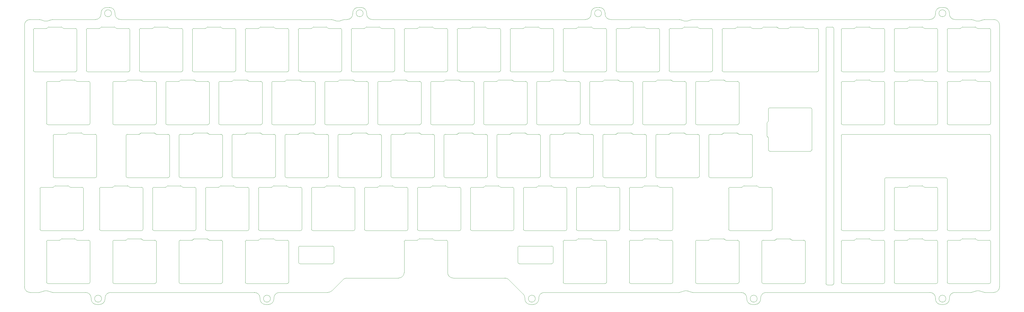
<source format=gm1>
%TF.GenerationSoftware,KiCad,Pcbnew,(6.0.7)*%
%TF.CreationDate,2022-08-11T14:43:39+08:00*%
%TF.ProjectId,SIFRLPlate,53494652-4c50-46c6-9174-652e6b696361,rev?*%
%TF.SameCoordinates,Original*%
%TF.FileFunction,Profile,NP*%
%FSLAX46Y46*%
G04 Gerber Fmt 4.6, Leading zero omitted, Abs format (unit mm)*
G04 Created by KiCad (PCBNEW (6.0.7)) date 2022-08-11 14:43:39*
%MOMM*%
%LPD*%
G01*
G04 APERTURE LIST*
%TA.AperFunction,Profile*%
%ADD10C,0.050000*%
%TD*%
G04 APERTURE END LIST*
D10*
X107202500Y58649735D02*
X111396475Y58649735D01*
X64672500Y43029700D02*
G75*
G03*
X65172500Y43529735I0J500000D01*
G01*
X245783029Y116049744D02*
G75*
G03*
X245350000Y116299736I-433029J-250044D01*
G01*
X87583975Y39599739D02*
G75*
G03*
X88016988Y39849735I25J499961D01*
G01*
X27478135Y18789735D02*
G75*
G03*
X25478125Y20789735I-2000035J-35D01*
G01*
X150362500Y59149735D02*
X154862500Y59149736D01*
X102081875Y31623485D02*
X102081875Y36973485D01*
X255137500Y78199735D02*
X259637500Y78199736D01*
X334837500Y18539735D02*
G75*
G03*
X334837500Y18539735I-1250000J0D01*
G01*
X88620510Y77949733D02*
G75*
G03*
X89053525Y77699736I432990J249967D01*
G01*
X50385000Y81129700D02*
G75*
G03*
X50885000Y81629735I0J500000D01*
G01*
X250410000Y100179735D02*
X235790000Y100179735D01*
X63771475Y77699739D02*
G75*
G03*
X64204488Y77949735I25J499961D01*
G01*
X236691025Y96749736D02*
X240885000Y96749735D01*
X59875000Y97249735D02*
X64375000Y97249736D01*
X183870510Y77949733D02*
G75*
G03*
X184303525Y77699736I432990J249967D01*
G01*
X50885035Y96249735D02*
G75*
G03*
X50385000Y96749735I-500035J-35D01*
G01*
X78127500Y62579735D02*
X78127500Y77199735D01*
X198522535Y58149735D02*
G75*
G03*
X198022500Y58649735I-500035J-35D01*
G01*
X292200000Y116299700D02*
G75*
G03*
X291700000Y115799735I0J-500000D01*
G01*
X241020510Y77949733D02*
G75*
G03*
X241453525Y77699736I432990J249967D01*
G01*
X125287500Y121239735D02*
G75*
G03*
X125287500Y121239735I-1250000J0D01*
G01*
X217572500Y58149735D02*
X217572500Y43529735D01*
X136110000Y100179700D02*
G75*
G03*
X136610000Y100679735I0J500000D01*
G01*
X79528525Y58649736D02*
X83722500Y58649735D01*
X226562500Y59149735D02*
X231062500Y59149736D01*
X9571250Y58649735D02*
X13765225Y58649735D01*
X102081885Y31623485D02*
G75*
G03*
X102581875Y31123485I500015J15D01*
G01*
X326745529Y39849744D02*
G75*
G03*
X326312500Y40099736I-433029J-250044D01*
G01*
X117025000Y97249718D02*
G75*
G03*
X116591987Y96999735I0J-500018D01*
G01*
X12674921Y21029735D02*
G75*
G03*
X9825079Y21029735I-1424921J-2640000D01*
G01*
X227097500Y77199735D02*
X227097500Y62579735D01*
X7190000Y115799735D02*
X11383975Y115799735D01*
X150897535Y77199735D02*
G75*
G03*
X150397500Y77699735I-500035J-35D01*
G01*
X188165000Y96749700D02*
G75*
G03*
X187665000Y96249735I0J-500000D01*
G01*
X173377535Y62579735D02*
G75*
G03*
X173877500Y62079735I499965J-35D01*
G01*
X267214297Y58899755D02*
G75*
G03*
X267647275Y58649736I433003J249945D01*
G01*
X348737368Y20789735D02*
X352112500Y20789735D01*
X17183029Y116049744D02*
G75*
G03*
X16750000Y116299736I-433029J-250044D01*
G01*
X340862500Y97249735D02*
X345362500Y97249736D01*
X212262500Y120989735D02*
X212262500Y121339735D01*
X221835000Y81129735D02*
X207215000Y81129735D01*
X316752500Y58649735D02*
X320946475Y58649735D01*
X45758010Y96999733D02*
G75*
G03*
X46191025Y96749736I432990J249967D01*
G01*
X316252535Y100679735D02*
G75*
G03*
X316752500Y100179735I499965J-35D01*
G01*
X121958029Y96999744D02*
G75*
G03*
X121525000Y97249736I-433029J-250044D01*
G01*
X217072500Y43029735D02*
X202452500Y43029735D01*
X46122535Y58149735D02*
G75*
G03*
X45622500Y58649735I-500035J-35D01*
G01*
X88200000Y18789735D02*
X88200000Y18439735D01*
X316752500Y58649700D02*
G75*
G03*
X316252500Y58149735I0J-500000D01*
G01*
X6690035Y100679735D02*
G75*
G03*
X7190000Y100179735I499965J-35D01*
G01*
X108035000Y96249735D02*
X108035000Y81629735D01*
X41360000Y115299735D02*
X41360000Y100679735D01*
X13624868Y20789735D02*
X25478125Y20789735D01*
X106702535Y43529735D02*
G75*
G03*
X107202500Y43029735I499965J-35D01*
G01*
X183735000Y81129735D02*
X169115000Y81129735D01*
X274358010Y116049733D02*
G75*
G03*
X274791025Y115799736I432990J249967D01*
G01*
X24759775Y77699736D02*
X28953750Y77699735D01*
X163783975Y115799739D02*
G75*
G03*
X164216988Y116049735I25J499961D01*
G01*
X140540000Y115799735D02*
X144733975Y115799735D01*
X259935000Y81129700D02*
G75*
G03*
X260435000Y81629735I0J500000D01*
G01*
X83687500Y78199718D02*
G75*
G03*
X83254487Y77949735I0J-500018D01*
G01*
X271008835Y72104735D02*
G75*
G03*
X271508750Y71604735I499965J-35D01*
G01*
X312822535Y96249735D02*
G75*
G03*
X312322500Y96749735I-500035J-35D01*
G01*
X13624868Y118989746D02*
G75*
G03*
X12674921Y118749735I32J-2000046D01*
G01*
X98510000Y115299735D02*
X98510000Y100679735D01*
X308128525Y115799736D02*
X312322500Y115799735D01*
X203353525Y77699736D02*
X207547500Y77699735D01*
X288510000Y100179735D02*
X254840000Y100179735D01*
X130446475Y58649739D02*
G75*
G03*
X130879488Y58899735I25J499961D01*
G01*
X274791025Y115799736D02*
X278083975Y115799735D01*
X140872500Y43029735D02*
X126252500Y43029735D01*
X78960000Y100179700D02*
G75*
G03*
X79460000Y100679735I0J500000D01*
G01*
X73296475Y58649739D02*
G75*
G03*
X73729488Y58899735I25J499961D01*
G01*
X212810035Y115299735D02*
G75*
G03*
X212310000Y115799735I-500035J-35D01*
G01*
X347787421Y21029735D02*
G75*
G03*
X344937579Y21029735I-1424921J-2640000D01*
G01*
X146135000Y96249735D02*
X146135000Y81629735D01*
X180918125Y31623485D02*
X180918125Y36973485D01*
X264833010Y116049733D02*
G75*
G03*
X265266025Y115799736I432990J249967D01*
G01*
X260503525Y77699736D02*
X264697500Y77699735D01*
X78925000Y97249718D02*
G75*
G03*
X78491987Y96999735I0J-500018D01*
G01*
X65241025Y96749736D02*
X69435000Y96749735D01*
X163852500Y43529735D02*
X163852500Y58149735D01*
X120921475Y77699739D02*
G75*
G03*
X121354488Y77949735I25J499961D01*
G01*
X202750000Y40099735D02*
X207250000Y40099736D01*
X235290000Y100679735D02*
X235290000Y115299735D01*
X88985035Y96249735D02*
G75*
G03*
X88485000Y96749735I-500035J-35D01*
G01*
X136075000Y97249735D02*
X140575000Y97249736D01*
X13833835Y62579735D02*
G75*
G03*
X14333750Y62079735I499965J-35D01*
G01*
X205262500Y118989700D02*
G75*
G03*
X207262500Y120989735I0J2000000D01*
G01*
X264697500Y62079735D02*
X250077500Y62079735D01*
X40527500Y77699735D02*
X44721475Y77699735D01*
X302762500Y40099718D02*
G75*
G03*
X302329487Y39849735I0J-500018D01*
G01*
X26572500Y23979700D02*
G75*
G03*
X27072500Y24479735I0J500000D01*
G01*
X135777500Y77699700D02*
G75*
G03*
X135277500Y77199735I0J-500000D01*
G01*
X11952500Y39599730D02*
G75*
G03*
X11452500Y39099735I0J-500000D01*
G01*
X59875000Y97249718D02*
G75*
G03*
X59441987Y96999735I0J-500018D01*
G01*
X126720529Y77949744D02*
G75*
G03*
X126287500Y78199736I-433029J-250044D01*
G01*
X46191025Y96749736D02*
X50385000Y96749735D01*
X331087535Y18789735D02*
G75*
G03*
X329087500Y20789735I-2000035J-35D01*
G01*
X182902500Y43529735D02*
X182902500Y58149735D01*
X321812500Y116299735D02*
X326312500Y116299736D01*
X74333010Y116049733D02*
G75*
G03*
X74766025Y115799736I432990J249967D01*
G01*
X150966025Y115799736D02*
X155160000Y115799735D01*
X31300000Y116299735D02*
X35800000Y116299736D01*
X272341235Y58149735D02*
G75*
G03*
X271841250Y58649735I-500035J-35D01*
G01*
X302762500Y116299735D02*
X307262500Y116299736D01*
X333087500Y123339700D02*
G75*
G03*
X331087500Y121339735I0J-2000000D01*
G01*
X212310000Y100179735D02*
X197690000Y100179735D01*
X302762500Y116299718D02*
G75*
G03*
X302329487Y116049735I0J-500018D01*
G01*
X164820510Y77949733D02*
G75*
G03*
X165253525Y77699736I432990J249967D01*
G01*
X127085035Y96249735D02*
G75*
G03*
X126585000Y96749735I-500035J-35D01*
G01*
X164650000Y116299718D02*
G75*
G03*
X164216987Y116049735I0J-500018D01*
G01*
X226597500Y62079735D02*
X211977500Y62079735D01*
X111465035Y81629735D02*
G75*
G03*
X111965000Y81129735I499965J-35D01*
G01*
X112797500Y77199735D02*
X112797500Y62579735D01*
X297202535Y43529735D02*
G75*
G03*
X297702500Y43029735I499965J-35D01*
G01*
X207683029Y39849744D02*
G75*
G03*
X207250000Y40099736I-433029J-250044D01*
G01*
X84222500Y58149735D02*
X84222500Y43529735D01*
X250077500Y77699700D02*
G75*
G03*
X249577500Y77199735I0J-500000D01*
G01*
X274187500Y40099718D02*
G75*
G03*
X273754487Y39849735I0J-500018D01*
G01*
X222335035Y96249735D02*
G75*
G03*
X221835000Y96749735I-500035J-35D01*
G01*
X312822500Y43529735D02*
X312822500Y61579735D01*
X24326797Y77949755D02*
G75*
G03*
X24759775Y77699736I433003J249945D01*
G01*
X114013620Y21375522D02*
X118008922Y25370824D01*
X29050000Y118989735D02*
X13624868Y118989735D01*
X336087500Y120989735D02*
X336087500Y121339735D01*
X169583029Y116049744D02*
G75*
G03*
X169150000Y116299736I-433029J-250044D01*
G01*
X226265000Y96749700D02*
G75*
G03*
X225765000Y96249735I0J-500000D01*
G01*
X108035035Y96249735D02*
G75*
G03*
X107535000Y96749735I-500035J-35D01*
G01*
X321812500Y116299718D02*
G75*
G03*
X321379487Y116049735I0J-500018D01*
G01*
X197690000Y39599700D02*
G75*
G03*
X197190000Y39099735I0J-500000D01*
G01*
X354112535Y116989735D02*
G75*
G03*
X352112500Y118989735I-2000035J-35D01*
G01*
X326745529Y116049744D02*
G75*
G03*
X326312500Y116299736I-433029J-250044D01*
G01*
X216240000Y100679735D02*
X216240000Y115299735D01*
X188443750Y18439735D02*
X188443750Y18789735D01*
X178140000Y100679735D02*
X178140000Y115299735D01*
X335802500Y96749735D02*
X339996475Y96749735D01*
X184303525Y77699736D02*
X188497500Y77699735D01*
X144733975Y115799739D02*
G75*
G03*
X145166988Y116049735I25J499961D01*
G01*
X174778525Y58649736D02*
X178972500Y58649735D01*
X297702500Y43029735D02*
X312322500Y43029735D01*
X217572535Y58149735D02*
G75*
G03*
X217072500Y58649735I-500035J-35D01*
G01*
X35765000Y39599735D02*
X39958975Y39599735D01*
X270221875Y20789725D02*
G75*
G03*
X268221875Y18789735I25J-2000025D01*
G01*
X178937500Y78199718D02*
G75*
G03*
X178504487Y77949735I0J-500018D01*
G01*
X69935035Y96249735D02*
G75*
G03*
X69435000Y96749735I-500035J-35D01*
G01*
X63840035Y100679735D02*
G75*
G03*
X64340000Y100179735I499965J-35D01*
G01*
X60410000Y115299735D02*
X60410000Y100679735D01*
X257221250Y58649735D02*
X261415225Y58649735D01*
X307695529Y116049744D02*
G75*
G03*
X307262500Y116299736I-433029J-250044D01*
G01*
X74766025Y115799736D02*
X78960000Y115799735D01*
X278950000Y116299718D02*
G75*
G03*
X278516987Y116049735I0J-500018D01*
G01*
X270508750Y77164735D02*
X270508750Y81664735D01*
X19393750Y78199674D02*
G75*
G03*
X18960737Y77949735I-50J-499974D01*
G01*
X116158975Y96749739D02*
G75*
G03*
X116591988Y96999735I25J499961D01*
G01*
X34800000Y121239735D02*
G75*
G03*
X34800000Y121239735I-1250000J0D01*
G01*
X279553525Y39599736D02*
X283747500Y39599735D01*
X35765000Y96749700D02*
G75*
G03*
X35265000Y96249735I0J-500000D01*
G01*
X331872535Y58149735D02*
G75*
G03*
X331372500Y58649735I-500035J-35D01*
G01*
X22378525Y96749736D02*
X26572500Y96749735D01*
X82890035Y24479735D02*
G75*
G03*
X83390000Y23979735I499965J-35D01*
G01*
X335302500Y61579735D02*
X335302500Y43529735D01*
X198022500Y43029735D02*
X183402500Y43029735D01*
X40995529Y58899744D02*
G75*
G03*
X40562500Y59149736I-433029J-250044D01*
G01*
X179472500Y58149735D02*
X179472500Y43529735D01*
X111965000Y96749700D02*
G75*
G03*
X111465000Y96249735I0J-500000D01*
G01*
X83687500Y78199735D02*
X88187500Y78199736D01*
X217037500Y78199735D02*
X221537500Y78199736D01*
X164685000Y81129700D02*
G75*
G03*
X165185000Y81629735I0J500000D01*
G01*
X206646475Y58649739D02*
G75*
G03*
X207079488Y58899735I25J499961D01*
G01*
X36050035Y120989735D02*
G75*
G03*
X38050000Y118989735I1999965J-35D01*
G01*
X121787500Y78199718D02*
G75*
G03*
X121354487Y77949735I0J-500018D01*
G01*
X102440000Y115799700D02*
G75*
G03*
X101940000Y115299735I0J-500000D01*
G01*
X312322500Y100179700D02*
G75*
G03*
X312822500Y100679735I0J500000D01*
G01*
X188633029Y116049744D02*
G75*
G03*
X188200000Y116299736I-433029J-250044D01*
G01*
X11452535Y81629735D02*
G75*
G03*
X11952500Y81129735I499965J-35D01*
G01*
X235221475Y77699739D02*
G75*
G03*
X235654488Y77949735I25J499961D01*
G01*
X88450000Y116299735D02*
X92950000Y116299736D01*
X350422500Y100179700D02*
G75*
G03*
X350922500Y100679735I0J500000D01*
G01*
X240850000Y116299718D02*
G75*
G03*
X240416987Y116049735I0J-500018D01*
G01*
X35265035Y81629735D02*
G75*
G03*
X35765000Y81129735I499965J-35D01*
G01*
X11952500Y96749730D02*
G75*
G03*
X11452500Y96249735I0J-500000D01*
G01*
X245647500Y62079700D02*
G75*
G03*
X246147500Y62579735I0J500000D01*
G01*
X334837500Y121239735D02*
G75*
G03*
X334837500Y121239735I-1250000J0D01*
G01*
X131347500Y62079735D02*
X116727500Y62079735D01*
X329087500Y118989735D02*
X243737368Y118989735D01*
X59577500Y39599700D02*
G75*
G03*
X59077500Y39099735I0J-500000D01*
G01*
X87583975Y115799739D02*
G75*
G03*
X88016988Y116049735I25J499961D01*
G01*
X64340000Y115799700D02*
G75*
G03*
X63840000Y115299735I0J-500000D01*
G01*
X26572500Y81129700D02*
G75*
G03*
X27072500Y81629735I0J500000D01*
G01*
X44721475Y77699739D02*
G75*
G03*
X45154488Y77949735I25J499961D01*
G01*
X268627500Y24479735D02*
X268627500Y39099735D01*
X36050035Y121339735D02*
G75*
G03*
X34050000Y123339735I-2000035J-35D01*
G01*
X179541025Y96749736D02*
X183735000Y96749735D01*
X264833029Y116049744D02*
G75*
G03*
X264400000Y116299736I-433029J-250044D01*
G01*
X70003525Y77699736D02*
X74197500Y77699735D01*
X106633975Y115799739D02*
G75*
G03*
X107066988Y116049735I25J499961D01*
G01*
X202785000Y81129700D02*
G75*
G03*
X203285000Y81629735I0J500000D01*
G01*
X17012500Y40099735D02*
X21512500Y40099736D01*
X50385000Y23979700D02*
G75*
G03*
X50885000Y24479735I0J500000D01*
G01*
X88485000Y81129735D02*
X73865000Y81129735D01*
X119423135Y25956610D02*
X138040000Y25956610D01*
X125752500Y43529735D02*
X125752500Y58149735D01*
X350922535Y96249735D02*
G75*
G03*
X350422500Y96749735I-500035J-35D01*
G01*
X69570529Y39849744D02*
G75*
G03*
X69137500Y40099736I-433029J-250044D01*
G01*
X221002535Y24479735D02*
G75*
G03*
X221502500Y23979735I499965J-35D01*
G01*
X160491025Y96749736D02*
X164685000Y96749735D01*
X335802500Y39599735D02*
X339996475Y39599735D01*
X49552500Y43529735D02*
X49552500Y58149735D01*
X188462500Y59149735D02*
X192962500Y59149736D01*
X327178525Y96749736D02*
X331372500Y96749735D01*
X136245510Y58899733D02*
G75*
G03*
X136678525Y58649736I432990J249967D01*
G01*
X11452500Y81629735D02*
X11452500Y96249735D01*
X283747500Y23979735D02*
X269127500Y23979735D01*
X54815000Y96749700D02*
G75*
G03*
X54315000Y96249735I0J-500000D01*
G01*
X65172535Y58149735D02*
G75*
G03*
X64672500Y58649735I-500035J-35D01*
G01*
X168546475Y58649739D02*
G75*
G03*
X168979488Y58899735I25J499961D01*
G01*
X326745510Y39849733D02*
G75*
G03*
X327178525Y39599736I432990J249967D01*
G01*
X308128525Y39599736D02*
X312322500Y39599735D01*
X230527500Y62579735D02*
X230527500Y77199735D01*
X50953525Y77699736D02*
X55147500Y77699735D01*
X164352500Y58649700D02*
G75*
G03*
X163852500Y58149735I0J-500000D01*
G01*
X283883029Y116049744D02*
G75*
G03*
X283450000Y116299736I-433029J-250044D01*
G01*
X126720510Y77949733D02*
G75*
G03*
X127153525Y77699736I432990J249967D01*
G01*
X12250000Y116299718D02*
G75*
G03*
X11816987Y116049735I0J-500018D01*
G01*
X316752500Y115799735D02*
X320946475Y115799735D01*
X79095529Y58899744D02*
G75*
G03*
X78662500Y59149736I-433029J-250044D01*
G01*
X40825000Y40099735D02*
X45325000Y40099736D01*
X239937574Y118749725D02*
G75*
G03*
X238987632Y118989735I-949974J-1760025D01*
G01*
X169947500Y77199735D02*
X169947500Y62579735D01*
X181418125Y37473485D02*
X193118125Y37473485D01*
X183700000Y116299735D02*
X188200000Y116299736D01*
X112297500Y62079735D02*
X97677500Y62079735D01*
X331087500Y121339735D02*
X331087500Y120989735D01*
X190443750Y20789650D02*
G75*
G03*
X188443750Y18789735I-50J-1999950D01*
G01*
X93816025Y115799736D02*
X98010000Y115799735D01*
X179472535Y58149735D02*
G75*
G03*
X178972500Y58649735I-500035J-35D01*
G01*
X33050000Y123339740D02*
G75*
G03*
X31050000Y121339735I0J-2000000D01*
G01*
X54315000Y81629735D02*
X54315000Y96249735D01*
X101940000Y100679735D02*
X101940000Y115299735D01*
X126585000Y81129735D02*
X111965000Y81129735D01*
X36050000Y120989735D02*
X36050000Y121339735D01*
X193828525Y58649736D02*
X198022500Y58649735D01*
X243737368Y20789735D02*
X261221875Y20789735D01*
X83390000Y115799735D02*
X87583975Y115799735D01*
X236122500Y23979700D02*
G75*
G03*
X236622500Y24479735I0J500000D01*
G01*
X90200000Y16439735D02*
X91200000Y16439735D01*
X46191025Y39599736D02*
X50385000Y39599735D01*
X107535000Y81129735D02*
X92915000Y81129735D01*
X63771475Y39599739D02*
G75*
G03*
X64204488Y39849735I25J499961D01*
G01*
X331872535Y39099735D02*
G75*
G03*
X331372500Y39599735I-500035J-35D01*
G01*
X155728525Y58649736D02*
X159922500Y58649735D01*
X107202500Y58649700D02*
G75*
G03*
X106702500Y58149735I0J-500000D01*
G01*
X241385000Y96249735D02*
X241385000Y81629735D01*
X259900000Y116299718D02*
G75*
G03*
X259466987Y116049735I0J-500018D01*
G01*
X140540000Y115799700D02*
G75*
G03*
X140040000Y115299735I0J-500000D01*
G01*
X150397500Y62079700D02*
G75*
G03*
X150897500Y62579735I0J500000D01*
G01*
X12250000Y116299735D02*
X16750000Y116299736D01*
X27478125Y18789735D02*
X27478125Y18439735D01*
X192358975Y96749739D02*
G75*
G03*
X192791988Y96999735I25J499961D01*
G01*
X45758010Y39849733D02*
G75*
G03*
X46191025Y39599736I432990J249967D01*
G01*
X116227535Y62579735D02*
G75*
G03*
X116727500Y62079735I499965J-35D01*
G01*
X257221250Y58649750D02*
G75*
G03*
X256721250Y58149735I50J-500050D01*
G01*
X202920529Y77949744D02*
G75*
G03*
X202487500Y78199736I-433029J-250044D01*
G01*
X312322500Y81129700D02*
G75*
G03*
X312822500Y81629735I0J500000D01*
G01*
X164685000Y81129735D02*
X150065000Y81129735D01*
X279120529Y39849744D02*
G75*
G03*
X278687500Y40099736I-433029J-250044D01*
G01*
X35196475Y58649739D02*
G75*
G03*
X35629488Y58899735I25J499961D01*
G01*
X159021475Y77699739D02*
G75*
G03*
X159454488Y77949735I25J499961D01*
G01*
X241020529Y77949744D02*
G75*
G03*
X240587500Y78199736I-433029J-250044D01*
G01*
X82890000Y24479735D02*
X82890000Y39099735D01*
X64637500Y78199718D02*
G75*
G03*
X64204487Y77949735I0J-500018D01*
G01*
X88152500Y58649700D02*
G75*
G03*
X87652500Y58149735I0J-500000D01*
G01*
X249508975Y39599739D02*
G75*
G03*
X249941988Y39849735I25J499961D01*
G01*
X120990000Y100679735D02*
X120990000Y115299735D01*
X231360000Y100179700D02*
G75*
G03*
X231860000Y100679735I0J500000D01*
G01*
X83722500Y43029735D02*
X69102500Y43029735D01*
X102772500Y43029735D02*
X88152500Y43029735D01*
X346228525Y96749736D02*
X350422500Y96749735D01*
X231360000Y100179735D02*
X216740000Y100179735D01*
X102581875Y37473485D02*
X114281875Y37473485D01*
X145302500Y58649700D02*
G75*
G03*
X144802500Y58149735I0J-500000D01*
G01*
X259033975Y115799739D02*
G75*
G03*
X259466988Y116049735I25J499961D01*
G01*
X150533029Y39849744D02*
G75*
G03*
X150100000Y40099736I-433029J-250044D01*
G01*
X88620529Y77949744D02*
G75*
G03*
X88187500Y78199736I-433029J-250044D01*
G01*
X183402500Y58649700D02*
G75*
G03*
X182902500Y58149735I0J-500000D01*
G01*
X69400000Y116299735D02*
X73900000Y116299736D01*
X117560000Y115299735D02*
X117560000Y100679735D01*
X331372500Y43029735D02*
X316752500Y43029735D01*
X69570529Y77949744D02*
G75*
G03*
X69137500Y78199736I-433029J-250044D01*
G01*
X111396475Y58649739D02*
G75*
G03*
X111829488Y58899735I25J499961D01*
G01*
X117195510Y58899733D02*
G75*
G03*
X117628525Y58649736I432990J249967D01*
G01*
X126550000Y116299718D02*
G75*
G03*
X126116987Y116049735I0J-500018D01*
G01*
X59008975Y96749739D02*
G75*
G03*
X59441988Y96999735I25J499961D01*
G01*
X183443750Y18789735D02*
X183443750Y18439735D01*
X250375000Y97249718D02*
G75*
G03*
X249941987Y96999735I0J-500018D01*
G01*
X102772500Y43029700D02*
G75*
G03*
X103272500Y43529735I0J500000D01*
G01*
X78127535Y62579735D02*
G75*
G03*
X78627500Y62079735I499965J-35D01*
G01*
X235290035Y100679735D02*
G75*
G03*
X235790000Y100179735I499965J-35D01*
G01*
X79460035Y115299735D02*
G75*
G03*
X78960000Y115799735I-500035J-35D01*
G01*
X36233029Y116049744D02*
G75*
G03*
X35800000Y116299736I-433029J-250044D01*
G01*
X87652535Y43529735D02*
G75*
G03*
X88152500Y43029735I499965J-35D01*
G01*
X302762500Y40099735D02*
X307262500Y40099736D01*
X21810000Y100179700D02*
G75*
G03*
X22310000Y100679735I0J500000D01*
G01*
X50520510Y77949733D02*
G75*
G03*
X50953525Y77699736I432990J249967D01*
G01*
X187596475Y58649739D02*
G75*
G03*
X188029488Y58899735I25J499961D01*
G01*
X312322500Y23979735D02*
X297702500Y23979735D01*
X22378525Y39599736D02*
X26572500Y39599735D01*
X30502535Y43529735D02*
G75*
G03*
X31002500Y43029735I499965J-35D01*
G01*
X60478525Y58649736D02*
X64672500Y58649735D01*
X320946475Y96749739D02*
G75*
G03*
X321379488Y96999735I25J499961D01*
G01*
X69400000Y116299718D02*
G75*
G03*
X68966987Y116049735I0J-500018D01*
G01*
X203285035Y96249735D02*
G75*
G03*
X202785000Y96749735I-500035J-35D01*
G01*
X93747535Y77199735D02*
G75*
G03*
X93247500Y77699735I-500035J-35D01*
G01*
X208047535Y77199735D02*
G75*
G03*
X207547500Y77699735I-500035J-35D01*
G01*
X125752535Y43529735D02*
G75*
G03*
X126252500Y43029735I499965J-35D01*
G01*
X68533975Y115799739D02*
G75*
G03*
X68966988Y116049735I25J499961D01*
G01*
X112433029Y116049744D02*
G75*
G03*
X112000000Y116299736I-433029J-250044D01*
G01*
X338087500Y20789700D02*
G75*
G03*
X336087500Y18789735I0J-2000000D01*
G01*
X327178525Y115799736D02*
X331372500Y115799735D01*
X264697500Y62079700D02*
G75*
G03*
X265197500Y62579735I0J500000D01*
G01*
X173308975Y96749739D02*
G75*
G03*
X173741988Y96999735I25J499961D01*
G01*
X150065000Y96749735D02*
X154258975Y96749735D01*
X250077500Y77699735D02*
X254271475Y77699735D01*
X26240000Y115799735D02*
X30433975Y115799735D01*
X145635000Y81129700D02*
G75*
G03*
X146135000Y81629735I0J500000D01*
G01*
X250375000Y40099735D02*
X254875000Y40099736D01*
X347787430Y21029752D02*
G75*
G03*
X348737368Y20789735I949970J1759948D01*
G01*
X126585000Y81129700D02*
G75*
G03*
X127085000Y81629735I0J500000D01*
G01*
X111965000Y96749735D02*
X116158975Y96749735D01*
X182272167Y20789735D02*
X182857964Y20203949D01*
X179108010Y96999733D02*
G75*
G03*
X179541025Y96749736I432990J249967D01*
G01*
X221800000Y116299735D02*
X226300000Y116299736D01*
X236087500Y78199718D02*
G75*
G03*
X235654487Y77949735I0J-500018D01*
G01*
X154327535Y62579735D02*
G75*
G03*
X154827500Y62079735I499965J-35D01*
G01*
X29453750Y77199735D02*
X29453750Y62579735D01*
X45758029Y96999744D02*
G75*
G03*
X45325000Y97249736I-433029J-250044D01*
G01*
X24191250Y43029650D02*
G75*
G03*
X24691250Y43529735I-50J500050D01*
G01*
X307695510Y96999733D02*
G75*
G03*
X308128525Y96749736I432990J249967D01*
G01*
X174345510Y58899733D02*
G75*
G03*
X174778525Y58649736I432990J249967D01*
G01*
X5500000Y118989740D02*
G75*
G03*
X3500000Y116989735I0J-2000000D01*
G01*
X27072500Y39099735D02*
X27072500Y24479735D01*
X21945529Y39849744D02*
G75*
G03*
X21512500Y40099736I-433029J-250044D01*
G01*
X225765000Y81629735D02*
X225765000Y96249735D01*
X50520529Y77949744D02*
G75*
G03*
X50087500Y78199736I-433029J-250044D01*
G01*
X316252535Y81629735D02*
G75*
G03*
X316752500Y81129735I499965J-35D01*
G01*
X131312500Y59149718D02*
G75*
G03*
X130879487Y58899735I0J-500018D01*
G01*
X197190000Y24479735D02*
X197190000Y39099735D01*
X150966025Y39599736D02*
X155160000Y39599735D01*
X125683975Y115799739D02*
G75*
G03*
X126116988Y116049735I25J499961D01*
G01*
X273321475Y39599739D02*
G75*
G03*
X273754488Y39849735I25J499961D01*
G01*
X270758720Y82097799D02*
G75*
G03*
X271008750Y82530761I-249920J433001D01*
G01*
X25740000Y100679735D02*
X25740000Y115299735D01*
X101871475Y77699739D02*
G75*
G03*
X102304488Y77949735I25J499961D01*
G01*
X331872500Y58149735D02*
X331872500Y43529735D01*
X240885000Y81129700D02*
G75*
G03*
X241385000Y81629735I0J500000D01*
G01*
X211477500Y62579735D02*
X211477500Y77199735D01*
X312322500Y100179735D02*
X297702500Y100179735D01*
X297202500Y81629735D02*
X297202500Y96249735D01*
X93383010Y39849733D02*
G75*
G03*
X93816025Y39599736I432990J249967D01*
G01*
X139971475Y77699739D02*
G75*
G03*
X140404488Y77949735I25J499961D01*
G01*
X135277535Y62579735D02*
G75*
G03*
X135777500Y62079735I499965J-35D01*
G01*
X350922500Y115299735D02*
X350922500Y100679735D01*
X316252535Y43529735D02*
G75*
G03*
X316752500Y43029735I499965J-35D01*
G01*
X316252500Y43529735D02*
X316252500Y58149735D01*
X93383029Y39849744D02*
G75*
G03*
X92950000Y40099736I-433029J-250044D01*
G01*
X116727500Y77699735D02*
X120921475Y77699735D01*
X201883975Y115799739D02*
G75*
G03*
X202316988Y116049735I25J499961D01*
G01*
X112599406Y20789721D02*
G75*
G03*
X114013620Y21375522I-6J1999979D01*
G01*
X343987632Y118989735D02*
X338087500Y118989735D01*
X25740035Y100679735D02*
G75*
G03*
X26240000Y100179735I499965J-35D01*
G01*
X92415000Y81629735D02*
X92415000Y96249735D01*
X345795510Y116049733D02*
G75*
G03*
X346228525Y115799736I432990J249967D01*
G01*
X122322500Y58149735D02*
X122322500Y43529735D01*
X188497500Y62079735D02*
X173877500Y62079735D01*
X121822500Y43029700D02*
G75*
G03*
X122322500Y43529735I0J500000D01*
G01*
X265221875Y16439735D02*
X266221875Y16439735D01*
X169447500Y62079735D02*
X154827500Y62079735D01*
X68602500Y43529735D02*
X68602500Y58149735D01*
X193618085Y36973485D02*
G75*
G03*
X193118125Y37473485I-499985J15D01*
G01*
X11452535Y24479735D02*
G75*
G03*
X11952500Y23979735I499965J-35D01*
G01*
X155160000Y100179700D02*
G75*
G03*
X155660000Y100679735I0J500000D01*
G01*
X321812500Y97249718D02*
G75*
G03*
X321379487Y96999735I0J-500018D01*
G01*
X121490000Y115799700D02*
G75*
G03*
X120990000Y115299735I0J-500000D01*
G01*
X333087500Y16439735D02*
X334087500Y16439735D01*
X256721250Y43529735D02*
X256721250Y58149735D01*
X39958975Y96749739D02*
G75*
G03*
X40391988Y96999735I25J499961D01*
G01*
X102440000Y115799735D02*
X106633975Y115799735D01*
X301896475Y39599739D02*
G75*
G03*
X302329488Y39849735I25J499961D01*
G01*
X188497500Y62079700D02*
G75*
G03*
X188997500Y62579735I0J500000D01*
G01*
X131483010Y116049733D02*
G75*
G03*
X131916025Y115799736I432990J249967D01*
G01*
X206715000Y81629735D02*
X206715000Y96249735D01*
X312822500Y115299735D02*
X312822500Y100679735D01*
X64637500Y78199735D02*
X69137500Y78199736D01*
X35765000Y39599700D02*
G75*
G03*
X35265000Y39099735I0J-500000D01*
G01*
X178140035Y100679735D02*
G75*
G03*
X178640000Y100179735I499965J-35D01*
G01*
X145600000Y40099735D02*
X150100000Y40099736D01*
X118624868Y118989746D02*
G75*
G03*
X117674921Y118749735I32J-2000046D01*
G01*
X212310000Y100179700D02*
G75*
G03*
X212810000Y100679735I0J500000D01*
G01*
X212310000Y23979700D02*
G75*
G03*
X212810000Y24479735I0J500000D01*
G01*
X187193750Y18539735D02*
G75*
G03*
X187193750Y18539735I-1250000J0D01*
G01*
X221502500Y58649735D02*
X225696475Y58649735D01*
X231495510Y39849733D02*
G75*
G03*
X231928525Y39599736I432990J249967D01*
G01*
X352112500Y118989735D02*
X348737368Y118989735D01*
X202750000Y116299735D02*
X207250000Y116299736D01*
X17012500Y97249718D02*
G75*
G03*
X16579487Y96999735I0J-500018D01*
G01*
X316752500Y39599735D02*
X320946475Y39599735D01*
X221970510Y77949733D02*
G75*
G03*
X222403525Y77699736I432990J249967D01*
G01*
X69570510Y77949733D02*
G75*
G03*
X70003525Y77699736I432990J249967D01*
G01*
X297702500Y96749735D02*
X301896475Y96749735D01*
X294512500Y23979735D02*
X294512500Y115799735D01*
X49483975Y115799739D02*
G75*
G03*
X49916988Y116049735I25J499961D01*
G01*
X312322500Y23979700D02*
G75*
G03*
X312822500Y24479735I0J500000D01*
G01*
X207547500Y62079700D02*
G75*
G03*
X208047500Y62579735I0J500000D01*
G01*
X187665000Y81629735D02*
X187665000Y96249735D01*
X68602535Y43529735D02*
G75*
G03*
X69102500Y43029735I499965J-35D01*
G01*
X301896475Y96749739D02*
G75*
G03*
X302329488Y96999735I25J499961D01*
G01*
X345795510Y39849733D02*
G75*
G03*
X346228525Y39599736I432990J249967D01*
G01*
X24691235Y58149735D02*
G75*
G03*
X24191250Y58649735I-500035J-35D01*
G01*
X316252535Y24479735D02*
G75*
G03*
X316752500Y23979735I499965J-35D01*
G01*
X44790000Y100679735D02*
X44790000Y115299735D01*
X279120510Y39849733D02*
G75*
G03*
X279553525Y39599736I432990J249967D01*
G01*
X69935000Y96249735D02*
X69935000Y81629735D01*
X211477535Y62579735D02*
G75*
G03*
X211977500Y62079735I499965J-35D01*
G01*
X98510035Y115299735D02*
G75*
G03*
X98010000Y115799735I-500035J-35D01*
G01*
X101940035Y100679735D02*
G75*
G03*
X102440000Y100179735I499965J-35D01*
G01*
X45758029Y39849744D02*
G75*
G03*
X45325000Y40099736I-433029J-250044D01*
G01*
X226733029Y116049744D02*
G75*
G03*
X226300000Y116299736I-433029J-250044D01*
G01*
X339996475Y96749739D02*
G75*
G03*
X340429488Y96999735I25J499961D01*
G01*
X107535000Y81129700D02*
G75*
G03*
X108035000Y81629735I0J500000D01*
G01*
X170016025Y115799736D02*
X174210000Y115799735D01*
X207683029Y116049744D02*
G75*
G03*
X207250000Y116299736I-433029J-250044D01*
G01*
X244815035Y81629735D02*
G75*
G03*
X245315000Y81129735I499965J-35D01*
G01*
X21945529Y96999744D02*
G75*
G03*
X21512500Y97249736I-433029J-250044D01*
G01*
X254340035Y100679735D02*
G75*
G03*
X254840000Y100179735I499965J-35D01*
G01*
X88485000Y81129700D02*
G75*
G03*
X88985000Y81629735I0J500000D01*
G01*
X241453525Y77699736D02*
X245647500Y77699735D01*
X183735000Y81129700D02*
G75*
G03*
X184235000Y81629735I0J500000D01*
G01*
X331372500Y100179700D02*
G75*
G03*
X331872500Y100679735I0J500000D01*
G01*
X102581875Y37473525D02*
G75*
G03*
X102081875Y36973485I25J-500025D01*
G01*
X114781885Y36973485D02*
G75*
G03*
X114281875Y37473485I-499985J15D01*
G01*
X63840000Y100679735D02*
X63840000Y115299735D01*
X140040035Y100679735D02*
G75*
G03*
X140540000Y100179735I499965J-35D01*
G01*
X313322500Y62079700D02*
G75*
G03*
X312822500Y61579735I0J-500000D01*
G01*
X185443750Y16439735D02*
X186443750Y16439735D01*
X250910035Y115299735D02*
G75*
G03*
X250410000Y115799735I-500035J-35D01*
G01*
X188997500Y77199735D02*
X188997500Y62579735D01*
X255308029Y96999744D02*
G75*
G03*
X254875000Y97249736I-433029J-250044D01*
G01*
X269425000Y116299718D02*
G75*
G03*
X268991987Y116049735I0J-500018D01*
G01*
X207215000Y96749700D02*
G75*
G03*
X206715000Y96249735I0J-500000D01*
G01*
X136245529Y58899744D02*
G75*
G03*
X135812500Y59149736I-433029J-250044D01*
G01*
X116227500Y62579735D02*
X116227500Y77199735D01*
X84291025Y96749736D02*
X88485000Y96749735D01*
X82821475Y77699739D02*
G75*
G03*
X83254488Y77949735I25J499961D01*
G01*
X154327500Y62579735D02*
X154327500Y77199735D01*
X55147500Y62079700D02*
G75*
G03*
X55647500Y62579735I0J500000D01*
G01*
X19997275Y58649736D02*
X23290225Y58649735D01*
X294512535Y115799735D02*
G75*
G03*
X294012500Y116299735I-500035J-35D01*
G01*
X335302500Y81629735D02*
X335302500Y96249735D01*
X54315035Y81629735D02*
G75*
G03*
X54815000Y81129735I499965J-35D01*
G01*
X144733975Y39599739D02*
G75*
G03*
X145166988Y39849735I25J499961D01*
G01*
X212810035Y39099735D02*
G75*
G03*
X212310000Y39599735I-500035J-35D01*
G01*
X352112500Y20789700D02*
G75*
G03*
X354112500Y22789735I0J2000000D01*
G01*
X335802500Y39599700D02*
G75*
G03*
X335302500Y39099735I0J-500000D01*
G01*
X250410000Y100179700D02*
G75*
G03*
X250910000Y100679735I0J500000D01*
G01*
X126252500Y58649735D02*
X130446475Y58649735D01*
X112262500Y59149735D02*
X116762500Y59149736D01*
X316752500Y115799700D02*
G75*
G03*
X316252500Y115299735I0J-500000D01*
G01*
X278950000Y116299735D02*
X283450000Y116299736D01*
X207262500Y121339735D02*
X207262500Y120989735D01*
X245315000Y96749700D02*
G75*
G03*
X244815000Y96249735I0J-500000D01*
G01*
X50885000Y96249735D02*
X50885000Y81629735D01*
X117025000Y97249735D02*
X121525000Y97249736D01*
X354112500Y22789735D02*
X354112500Y116989735D01*
X103272535Y58149735D02*
G75*
G03*
X102772500Y58649735I-500035J-35D01*
G01*
X313322500Y62079735D02*
X334802500Y62079735D01*
X97975000Y97249718D02*
G75*
G03*
X97541987Y96999735I0J-500018D01*
G01*
X59077535Y24479735D02*
G75*
G03*
X59577500Y23979735I499965J-35D01*
G01*
X45290000Y115799700D02*
G75*
G03*
X44790000Y115299735I0J-500000D01*
G01*
X50385000Y23979735D02*
X35765000Y23979735D01*
X193260000Y100179735D02*
X178640000Y100179735D01*
X73865000Y96749700D02*
G75*
G03*
X73365000Y96249735I0J-500000D01*
G01*
X9071250Y43529735D02*
X9071250Y58149735D01*
X225765035Y81629735D02*
G75*
G03*
X226265000Y81129735I499965J-35D01*
G01*
X254271475Y77699739D02*
G75*
G03*
X254704488Y77949735I25J499961D01*
G01*
X150397500Y62079735D02*
X135777500Y62079735D01*
X212262535Y120989735D02*
G75*
G03*
X214262500Y118989735I1999965J-35D01*
G01*
X235790000Y115799700D02*
G75*
G03*
X235290000Y115299735I0J-500000D01*
G01*
X136610035Y115299735D02*
G75*
G03*
X136110000Y115799735I-500035J-35D01*
G01*
X93747500Y77199735D02*
X93747500Y62579735D01*
X331872535Y96249735D02*
G75*
G03*
X331372500Y96749735I-500035J-35D01*
G01*
X55283010Y116049733D02*
G75*
G03*
X55716025Y115799736I432990J249967D01*
G01*
X116727500Y77699700D02*
G75*
G03*
X116227500Y77199735I0J-500000D01*
G01*
X55647535Y77199735D02*
G75*
G03*
X55147500Y77699735I-500035J-35D01*
G01*
X83858010Y96999733D02*
G75*
G03*
X84291025Y96749736I432990J249967D01*
G01*
X193225000Y97249735D02*
X197725000Y97249736D01*
X340862500Y116299735D02*
X345362500Y116299736D01*
X50052500Y58649735D02*
X54246475Y58649735D01*
X188997535Y77199735D02*
G75*
G03*
X188497500Y77699735I-500035J-35D01*
G01*
X335302535Y61579735D02*
G75*
G03*
X334802500Y62079735I-500035J-35D01*
G01*
X91950000Y18539735D02*
G75*
G03*
X91950000Y18539735I-1250000J0D01*
G01*
X98578525Y58649736D02*
X102772500Y58649735D01*
X45587500Y78199718D02*
G75*
G03*
X45154487Y77949735I0J-500018D01*
G01*
X197190000Y100679735D02*
X197190000Y115299735D01*
X88985000Y96249735D02*
X88985000Y81629735D01*
X135777500Y77699735D02*
X139971475Y77699735D01*
X121958010Y96999733D02*
G75*
G03*
X122391025Y96749736I432990J249967D01*
G01*
X320946475Y58649739D02*
G75*
G03*
X321379488Y58899735I25J499961D01*
G01*
X236258010Y96999733D02*
G75*
G03*
X236691025Y96749736I432990J249967D01*
G01*
X297202535Y81629735D02*
G75*
G03*
X297702500Y81129735I499965J-35D01*
G01*
X297202500Y77199735D02*
X297202500Y43529735D01*
X50350000Y116299735D02*
X54850000Y116299736D01*
X144802535Y43529735D02*
G75*
G03*
X145302500Y43029735I499965J-35D01*
G01*
X291700000Y115799735D02*
X291700000Y23979735D01*
X267214241Y58899722D02*
G75*
G03*
X266781250Y59149736I-433041J-250022D01*
G01*
X26572500Y23979735D02*
X11952500Y23979735D01*
X59910000Y100179700D02*
G75*
G03*
X60410000Y100679735I0J500000D01*
G01*
X326745510Y96999733D02*
G75*
G03*
X327178525Y96749736I432990J249967D01*
G01*
X31300000Y116299718D02*
G75*
G03*
X30866987Y116049735I0J-500018D01*
G01*
X211977500Y77699700D02*
G75*
G03*
X211477500Y77199735I0J-500000D01*
G01*
X350422500Y23979735D02*
X335802500Y23979735D01*
X83390000Y39599735D02*
X87583975Y39599735D01*
X120990035Y100679735D02*
G75*
G03*
X121490000Y100179735I499965J-35D01*
G01*
X197690000Y115799735D02*
X201883975Y115799735D01*
X69102500Y58649700D02*
G75*
G03*
X68602500Y58149735I0J-500000D01*
G01*
X30433975Y115799739D02*
G75*
G03*
X30866988Y116049735I25J499961D01*
G01*
X18527725Y77699696D02*
G75*
G03*
X18960738Y77949735I-25J500004D01*
G01*
X231027500Y77699735D02*
X235221475Y77699735D01*
X160058029Y96999744D02*
G75*
G03*
X159625000Y97249736I-433029J-250044D01*
G01*
X246147500Y77199735D02*
X246147500Y62579735D01*
X41360035Y115299735D02*
G75*
G03*
X40860000Y115799735I-500035J-35D01*
G01*
X249508975Y96749739D02*
G75*
G03*
X249941988Y96999735I25J499961D01*
G01*
X127153525Y77699736D02*
X131347500Y77699735D01*
X312322500Y81129735D02*
X297702500Y81129735D01*
X335302535Y43529735D02*
G75*
G03*
X335802500Y43029735I499965J-35D01*
G01*
X93383010Y116049733D02*
G75*
G03*
X93816025Y115799736I432990J249967D01*
G01*
X121822500Y43029735D02*
X107202500Y43029735D01*
X272341250Y58149735D02*
X272341250Y43529735D01*
X239983975Y115799739D02*
G75*
G03*
X240416988Y116049735I25J499961D01*
G01*
X340862500Y116299718D02*
G75*
G03*
X340429487Y116049735I0J-500018D01*
G01*
X197690000Y39599735D02*
X201883975Y39599735D01*
X50385000Y81129735D02*
X35765000Y81129735D01*
X212275000Y97249718D02*
G75*
G03*
X211841987Y96999735I0J-500018D01*
G01*
X11952500Y96749735D02*
X16146475Y96749735D01*
X242787421Y21029735D02*
G75*
G03*
X239937579Y21029735I-1424921J-2640000D01*
G01*
X345795529Y116049744D02*
G75*
G03*
X345362500Y116299736I-433029J-250044D01*
G01*
X202452500Y58649700D02*
G75*
G03*
X201952500Y58149735I0J-500000D01*
G01*
X121490000Y115799735D02*
X125683975Y115799735D01*
X36666025Y115799736D02*
X40860000Y115799735D01*
X231860000Y115299735D02*
X231860000Y100679735D01*
X192427500Y62579735D02*
X192427500Y77199735D01*
X188633010Y116049733D02*
G75*
G03*
X189066025Y115799736I432990J249967D01*
G01*
X11383975Y115799739D02*
G75*
G03*
X11816988Y116049735I25J499961D01*
G01*
X22310000Y115299735D02*
X22310000Y100679735D01*
X271008784Y76298710D02*
G75*
G03*
X270758750Y76731723I-499984J-10D01*
G01*
X117195529Y58899744D02*
G75*
G03*
X116762500Y59149736I-433029J-250044D01*
G01*
X165185000Y96249735D02*
X165185000Y81629735D01*
X70003525Y39599736D02*
X74197500Y39599735D01*
X169412500Y59149718D02*
G75*
G03*
X168979487Y58899735I0J-500018D01*
G01*
X312822535Y39099735D02*
G75*
G03*
X312322500Y39599735I-500035J-35D01*
G01*
X65172500Y58149735D02*
X65172500Y43529735D01*
X33716250Y58649735D02*
X35196475Y58649735D01*
X160058010Y96999733D02*
G75*
G03*
X160491025Y96749736I432990J249967D01*
G01*
X106702500Y43529735D02*
X106702500Y58149735D01*
X73365000Y81629735D02*
X73365000Y96249735D01*
X140837500Y78199735D02*
X145337500Y78199736D01*
X178640000Y115799735D02*
X182833975Y115799735D01*
X21945510Y39849733D02*
G75*
G03*
X22378525Y39599736I432990J249967D01*
G01*
X190443750Y20789735D02*
X238987632Y20789735D01*
X226733010Y116049733D02*
G75*
G03*
X227166025Y115799736I432990J249967D01*
G01*
X183443735Y18439735D02*
G75*
G03*
X185443750Y16439735I1999965J-35D01*
G01*
X27072535Y39099735D02*
G75*
G03*
X26572500Y39599735I-500035J-35D01*
G01*
X216740000Y115799700D02*
G75*
G03*
X216240000Y115299735I0J-500000D01*
G01*
X297202535Y100679735D02*
G75*
G03*
X297702500Y100179735I499965J-35D01*
G01*
X16146475Y96749739D02*
G75*
G03*
X16579488Y96999735I25J499961D01*
G01*
X334087500Y16439700D02*
G75*
G03*
X336087500Y18439735I0J2000000D01*
G01*
X146203525Y77699736D02*
X150397500Y77699735D01*
X335302535Y24479735D02*
G75*
G03*
X335802500Y23979735I499965J-35D01*
G01*
X13833750Y62579735D02*
X13833750Y77199735D01*
X197690000Y115799700D02*
G75*
G03*
X197190000Y115299735I0J-500000D01*
G01*
X79460000Y115299735D02*
X79460000Y100679735D01*
X149565000Y81629735D02*
X149565000Y96249735D01*
X266221875Y16439725D02*
G75*
G03*
X268221875Y18439735I25J1999975D01*
G01*
X141008029Y96999744D02*
G75*
G03*
X140575000Y97249736I-433029J-250044D01*
G01*
X112433010Y116049733D02*
G75*
G03*
X112866025Y115799736I432990J249967D01*
G01*
X294012500Y23479700D02*
G75*
G03*
X294512500Y23979735I0J500000D01*
G01*
X174345529Y58899744D02*
G75*
G03*
X173912500Y59149736I-433029J-250044D01*
G01*
X244815035Y24479735D02*
G75*
G03*
X245315000Y23979735I499965J-35D01*
G01*
X236258029Y96999744D02*
G75*
G03*
X235825000Y97249736I-433029J-250044D01*
G01*
X50052500Y58649700D02*
G75*
G03*
X49552500Y58149735I0J-500000D01*
G01*
X198158029Y96999744D02*
G75*
G03*
X197725000Y97249736I-433029J-250044D01*
G01*
X159090035Y100679735D02*
G75*
G03*
X159590000Y100179735I499965J-35D01*
G01*
X207683010Y116049733D02*
G75*
G03*
X208116025Y115799736I432990J249967D01*
G01*
X202750000Y40099718D02*
G75*
G03*
X202316987Y39849735I0J-500018D01*
G01*
X9571250Y58649730D02*
G75*
G03*
X9071250Y58149735I0J-500000D01*
G01*
X64808029Y96999744D02*
G75*
G03*
X64375000Y97249736I-433029J-250044D01*
G01*
X55283029Y116049744D02*
G75*
G03*
X54850000Y116299736I-433029J-250044D01*
G01*
X174175000Y97249718D02*
G75*
G03*
X173741987Y96999735I0J-500018D01*
G01*
X112297500Y62079700D02*
G75*
G03*
X112797500Y62579735I0J500000D01*
G01*
X140540000Y39599735D02*
X144733975Y39599735D01*
X236622535Y39099735D02*
G75*
G03*
X236122500Y39599735I-500035J-35D01*
G01*
X102737500Y78199718D02*
G75*
G03*
X102304487Y77949735I0J-500018D01*
G01*
X320946475Y39599739D02*
G75*
G03*
X321379488Y39849735I25J499961D01*
G01*
X88152500Y58649735D02*
X92346475Y58649735D01*
X270221875Y20789735D02*
X329087500Y20789735D01*
X34050000Y123339735D02*
X33050000Y123339735D01*
X201952535Y43529735D02*
G75*
G03*
X202452500Y43029735I499965J-35D01*
G01*
X155660000Y39099735D02*
X155660000Y27956609D01*
X335802500Y115799700D02*
G75*
G03*
X335302500Y115299735I0J-500000D01*
G01*
X165253525Y77699736D02*
X169447500Y77699735D01*
X35265035Y24479735D02*
G75*
G03*
X35765000Y23979735I499965J-35D01*
G01*
X331872535Y115299735D02*
G75*
G03*
X331372500Y115799735I-500035J-35D01*
G01*
X74333029Y116049744D02*
G75*
G03*
X73900000Y116299736I-433029J-250044D01*
G01*
X198022500Y43029700D02*
G75*
G03*
X198522500Y43529735I0J500000D01*
G01*
X136110000Y100179735D02*
X121490000Y100179735D01*
X50350000Y116299718D02*
G75*
G03*
X49916987Y116049735I0J-500018D01*
G01*
X97108975Y96749739D02*
G75*
G03*
X97541988Y96999735I25J499961D01*
G01*
X34478125Y20789735D02*
X86200000Y20789735D01*
X211408975Y96749739D02*
G75*
G03*
X211841988Y96999735I25J499961D01*
G01*
X193118125Y31123485D02*
X181418125Y31123485D01*
X250375000Y97249735D02*
X254875000Y97249736D01*
X208047500Y77199735D02*
X208047500Y62579735D01*
X312822500Y39099735D02*
X312822500Y24479735D01*
X316752500Y39599700D02*
G75*
G03*
X316252500Y39099735I0J-500000D01*
G01*
X348737368Y118989746D02*
G75*
G03*
X347787421Y118749735I32J-2000046D01*
G01*
X297702500Y39599700D02*
G75*
G03*
X297202500Y39099735I0J-500000D01*
G01*
X83390000Y115799700D02*
G75*
G03*
X82890000Y115299735I0J-500000D01*
G01*
X36233010Y116049733D02*
G75*
G03*
X36666025Y115799736I432990J249967D01*
G01*
X98010000Y100179735D02*
X83390000Y100179735D01*
X336087535Y120989735D02*
G75*
G03*
X338087500Y118989735I1999965J-35D01*
G01*
X113875132Y118989735D02*
X38050000Y118989735D01*
X226562500Y40099718D02*
G75*
G03*
X226129487Y39849735I0J-500018D01*
G01*
X350422500Y81129735D02*
X335802500Y81129735D01*
X331872500Y115299735D02*
X331872500Y100679735D01*
X98145529Y58899744D02*
G75*
G03*
X97712500Y59149736I-433029J-250044D01*
G01*
X27072535Y96249735D02*
G75*
G03*
X26572500Y96749735I-500035J-35D01*
G01*
X302762500Y97249718D02*
G75*
G03*
X302329487Y96999735I0J-500018D01*
G01*
X226562500Y59149718D02*
G75*
G03*
X226129487Y58899735I0J-500018D01*
G01*
X131347500Y62079700D02*
G75*
G03*
X131847500Y62579735I0J500000D01*
G01*
X83858029Y96999744D02*
G75*
G03*
X83425000Y97249736I-433029J-250044D01*
G01*
X270758778Y82097700D02*
G75*
G03*
X270508750Y81664735I249922J-433000D01*
G01*
X221800000Y116299718D02*
G75*
G03*
X221366987Y116049735I0J-500018D01*
G01*
X45290000Y115799735D02*
X49483975Y115799735D01*
X159590000Y115799735D02*
X163783975Y115799735D01*
X244815000Y81629735D02*
X244815000Y96249735D01*
X169947535Y77199735D02*
G75*
G03*
X169447500Y77699735I-500035J-35D01*
G01*
X207215000Y96749735D02*
X211408975Y96749735D01*
X60410035Y115299735D02*
G75*
G03*
X59910000Y115799735I-500035J-35D01*
G01*
X74162500Y59149735D02*
X78662500Y59149736D01*
X268627535Y24479735D02*
G75*
G03*
X269127500Y23979735I499965J-35D01*
G01*
X249577535Y62579735D02*
G75*
G03*
X250077500Y62079735I499965J-35D01*
G01*
X207547500Y62079735D02*
X192927500Y62079735D01*
X150533010Y39849733D02*
G75*
G03*
X150966025Y39599736I432990J249967D01*
G01*
X183700000Y116299718D02*
G75*
G03*
X183266987Y116049735I0J-500018D01*
G01*
X274358029Y116049744D02*
G75*
G03*
X273925000Y116299736I-433029J-250044D01*
G01*
X336087535Y121339735D02*
G75*
G03*
X334087500Y123339735I-2000035J-35D01*
G01*
X245315000Y39599735D02*
X249508975Y39599735D01*
X17012500Y97249735D02*
X21512500Y97249736D01*
X117628525Y58649736D02*
X121822500Y58649735D01*
X159887500Y78199718D02*
G75*
G03*
X159454487Y77949735I0J-500018D01*
G01*
X17616025Y115799736D02*
X21810000Y115799735D01*
X193760000Y115299735D02*
X193760000Y100679735D01*
X193118125Y31123475D02*
G75*
G03*
X193618125Y31623485I-25J500025D01*
G01*
X145770510Y77949733D02*
G75*
G03*
X146203525Y77699736I432990J249967D01*
G01*
X271508750Y87224735D02*
X286128750Y87224735D01*
X22310035Y115299735D02*
G75*
G03*
X21810000Y115799735I-500035J-35D01*
G01*
X173877500Y77699700D02*
G75*
G03*
X173377500Y77199735I0J-500000D01*
G01*
X212310000Y23979735D02*
X197690000Y23979735D01*
X255308010Y96999733D02*
G75*
G03*
X255741025Y96749736I432990J249967D01*
G01*
X97677500Y77699700D02*
G75*
G03*
X97177500Y77199735I0J-500000D01*
G01*
X239937579Y118749735D02*
G75*
G03*
X242787421Y118749735I1424921J2640000D01*
G01*
X107500000Y116299735D02*
X112000000Y116299736D01*
X212878525Y58649736D02*
X217072500Y58649735D01*
X97677500Y77699735D02*
X101871475Y77699735D01*
X269425000Y116299735D02*
X273925000Y116299736D01*
X82890035Y100679735D02*
G75*
G03*
X83390000Y100179735I499965J-35D01*
G01*
X271841250Y43029650D02*
G75*
G03*
X272341250Y43529735I-50J500050D01*
G01*
X226562500Y40099735D02*
X231062500Y40099736D01*
X329087500Y118989700D02*
G75*
G03*
X331087500Y120989735I0J2000000D01*
G01*
X88450000Y40099718D02*
G75*
G03*
X88016987Y39849735I0J-500018D01*
G01*
X174710000Y115299735D02*
X174710000Y100679735D01*
X145770529Y77949744D02*
G75*
G03*
X145337500Y78199736I-433029J-250044D01*
G01*
X159590000Y115799700D02*
G75*
G03*
X159090000Y115299735I0J-500000D01*
G01*
X260070510Y77949733D02*
G75*
G03*
X260503525Y77699736I432990J249967D01*
G01*
X29478125Y16439735D02*
X30478125Y16439735D01*
X331372500Y23979700D02*
G75*
G03*
X331872500Y24479735I0J500000D01*
G01*
X212810000Y115299735D02*
X212810000Y100679735D01*
X16146475Y39599739D02*
G75*
G03*
X16579488Y39849735I25J499961D01*
G01*
X350922535Y115299735D02*
G75*
G03*
X350422500Y115799735I-500035J-35D01*
G01*
X127085000Y96249735D02*
X127085000Y81629735D01*
X131312500Y59149735D02*
X135812500Y59149736D01*
X270508756Y77164735D02*
G75*
G03*
X270758750Y76731723I499944J-35D01*
G01*
X88200035Y18789735D02*
G75*
G03*
X86200000Y20789735I-2000035J-35D01*
G01*
X331087535Y18439735D02*
G75*
G03*
X333087500Y16439735I1999965J-35D01*
G01*
X297702500Y115799700D02*
G75*
G03*
X297202500Y115299735I0J-500000D01*
G01*
X184235035Y96249735D02*
G75*
G03*
X183735000Y96749735I-500035J-35D01*
G01*
X208116025Y115799736D02*
X212310000Y115799735D01*
X150533029Y116049744D02*
G75*
G03*
X150100000Y116299736I-433029J-250044D01*
G01*
X212275000Y97249735D02*
X216775000Y97249736D01*
X40825000Y97249735D02*
X45325000Y97249736D01*
X210262500Y123339735D02*
X209262500Y123339735D01*
X131015000Y96749735D02*
X135208975Y96749735D01*
X88450000Y40099735D02*
X92950000Y40099736D01*
X98010000Y23979700D02*
G75*
G03*
X98510000Y24479735I0J500000D01*
G01*
X235790000Y115799735D02*
X239983975Y115799735D01*
X102908029Y96999744D02*
G75*
G03*
X102475000Y97249736I-433029J-250044D01*
G01*
X21810000Y100179735D02*
X7190000Y100179735D01*
X262281250Y59149735D02*
X266781250Y59149736D01*
X187665035Y81629735D02*
G75*
G03*
X188165000Y81129735I499965J-35D01*
G01*
X40027535Y62579735D02*
G75*
G03*
X40527500Y62079735I499965J-35D01*
G01*
X207512500Y59149735D02*
X212012500Y59149736D01*
X227166025Y115799736D02*
X231360000Y115799735D01*
X155125000Y97249718D02*
G75*
G03*
X154691987Y96999735I0J-500018D01*
G01*
X59577500Y39599735D02*
X63771475Y39599735D01*
X9825079Y118749735D02*
G75*
G03*
X12674921Y118749735I1424921J2640000D01*
G01*
X112262500Y59149718D02*
G75*
G03*
X111829487Y58899735I0J-500018D01*
G01*
X103272500Y58149735D02*
X103272500Y43529735D01*
X40027500Y62579735D02*
X40027500Y77199735D01*
X126537535Y120989735D02*
G75*
G03*
X128537500Y118989735I1999965J-35D01*
G01*
X231495529Y39849744D02*
G75*
G03*
X231062500Y40099736I-433029J-250044D01*
G01*
X284316025Y115799736D02*
X288510000Y115799735D01*
X197987500Y78199735D02*
X202487500Y78199736D01*
X64637500Y40099718D02*
G75*
G03*
X64204487Y39849735I0J-500018D01*
G01*
X78925000Y97249735D02*
X83425000Y97249736D01*
X21945510Y96999733D02*
G75*
G03*
X22378525Y96749736I432990J249967D01*
G01*
X169583010Y116049733D02*
G75*
G03*
X170016025Y115799736I432990J249967D01*
G01*
X40825000Y97249718D02*
G75*
G03*
X40391987Y96999735I0J-500018D01*
G01*
X284247500Y39099735D02*
X284247500Y24479735D01*
X236622500Y58149735D02*
X236622500Y43529735D01*
X114825074Y118749725D02*
G75*
G03*
X113875132Y118989735I-949974J-1760025D01*
G01*
X119537500Y118989735D02*
X118624868Y118989735D01*
X320946475Y115799739D02*
G75*
G03*
X321379488Y116049735I25J499961D01*
G01*
X126537535Y121339735D02*
G75*
G03*
X124537500Y123339735I-2000035J-35D01*
G01*
X74197500Y23979700D02*
G75*
G03*
X74697500Y24479735I0J500000D01*
G01*
X87652500Y43529735D02*
X87652500Y58149735D01*
X178972500Y43029700D02*
G75*
G03*
X179472500Y43529735I0J500000D01*
G01*
X64637500Y40099735D02*
X69137500Y40099736D01*
X55112500Y59149735D02*
X59612500Y59149736D01*
X78960000Y100179735D02*
X64340000Y100179735D01*
X340862500Y97249718D02*
G75*
G03*
X340429487Y96999735I0J-500018D01*
G01*
X241385035Y96249735D02*
G75*
G03*
X240885000Y96749735I-500035J-35D01*
G01*
X119537500Y118989700D02*
G75*
G03*
X121537500Y120989735I0J2000000D01*
G01*
X144802500Y43529735D02*
X144802500Y58149735D01*
X326745510Y116049733D02*
G75*
G03*
X327178525Y115799736I432990J249967D01*
G01*
X307695529Y39849744D02*
G75*
G03*
X307262500Y40099736I-433029J-250044D01*
G01*
X193618125Y36973485D02*
X193618125Y31623485D01*
X126550000Y116299735D02*
X131050000Y116299736D01*
X69570510Y39849733D02*
G75*
G03*
X70003525Y39599736I432990J249967D01*
G01*
X155660009Y27956609D02*
G75*
G03*
X157660000Y25956609I1999991J-9D01*
G01*
X92415035Y81629735D02*
G75*
G03*
X92915000Y81129735I499965J-35D01*
G01*
X28953750Y62079650D02*
G75*
G03*
X29453750Y62579735I-50J500050D01*
G01*
X207512500Y59149718D02*
G75*
G03*
X207079487Y58899735I0J-500018D01*
G01*
X231928525Y39599736D02*
X236122500Y39599735D01*
X269127500Y39599700D02*
G75*
G03*
X268627500Y39099735I0J-500000D01*
G01*
X74197500Y23979735D02*
X59577500Y23979735D01*
X131916025Y115799736D02*
X136110000Y115799735D01*
X294012500Y116299735D02*
X292200000Y116299735D01*
X331372500Y100179735D02*
X316752500Y100179735D01*
X226597500Y62079700D02*
G75*
G03*
X227097500Y62579735I0J500000D01*
G01*
X302762500Y97249735D02*
X307262500Y97249736D01*
X14631250Y59149674D02*
G75*
G03*
X14198237Y58899735I-50J-499974D01*
G01*
X307695510Y39849733D02*
G75*
G03*
X308128525Y39599736I432990J249967D01*
G01*
X169447500Y62079700D02*
G75*
G03*
X169947500Y62579735I0J500000D01*
G01*
X217072500Y43029700D02*
G75*
G03*
X217572500Y43529735I0J500000D01*
G01*
X231325000Y97249718D02*
G75*
G03*
X230891987Y96999735I0J-500018D01*
G01*
X242787430Y21029752D02*
G75*
G03*
X243737368Y20789735I949970J1759948D01*
G01*
X178640000Y115799700D02*
G75*
G03*
X178140000Y115299735I0J-500000D01*
G01*
X19393750Y78199735D02*
X23893750Y78199736D01*
X182902535Y43529735D02*
G75*
G03*
X183402500Y43029735I499965J-35D01*
G01*
X136610000Y115299735D02*
X136610000Y100679735D01*
X346228525Y39599736D02*
X350422500Y39599735D01*
X164820529Y77949744D02*
G75*
G03*
X164387500Y78199736I-433029J-250044D01*
G01*
X74162500Y59149718D02*
G75*
G03*
X73729487Y58899735I0J-500018D01*
G01*
X244815000Y24479735D02*
X244815000Y39099735D01*
X136678525Y58649736D02*
X140872500Y58649735D01*
X3500005Y22789735D02*
G75*
G03*
X5500000Y20789735I1999995J-5D01*
G01*
X255137500Y78199718D02*
G75*
G03*
X254704487Y77949735I0J-500018D01*
G01*
X168615035Y81629735D02*
G75*
G03*
X169115000Y81129735I499965J-35D01*
G01*
X31002500Y58649700D02*
G75*
G03*
X30502500Y58149735I0J-500000D01*
G01*
X240885000Y81129735D02*
X226265000Y81129735D01*
X346228525Y115799736D02*
X350422500Y115799735D01*
X174710035Y115299735D02*
G75*
G03*
X174210000Y115799735I-500035J-35D01*
G01*
X174210000Y100179735D02*
X159590000Y100179735D01*
X203285000Y96249735D02*
X203285000Y81629735D01*
X182833975Y115799739D02*
G75*
G03*
X183266988Y116049735I25J499961D01*
G01*
X168615000Y81629735D02*
X168615000Y96249735D01*
X249577500Y62579735D02*
X249577500Y77199735D01*
X93212500Y59149718D02*
G75*
G03*
X92779487Y58899735I0J-500018D01*
G01*
X93247500Y62079700D02*
G75*
G03*
X93747500Y62579735I0J500000D01*
G01*
X13765225Y58649696D02*
G75*
G03*
X14198238Y58899735I-25J500004D01*
G01*
X212262535Y121339735D02*
G75*
G03*
X210262500Y123339735I-2000035J-35D01*
G01*
X189066025Y115799736D02*
X193260000Y115799735D01*
X212445529Y58899744D02*
G75*
G03*
X212012500Y59149736I-433029J-250044D01*
G01*
X193260000Y100179700D02*
G75*
G03*
X193760000Y100679735I0J500000D01*
G01*
X69102500Y58649735D02*
X73296475Y58649735D01*
X192927500Y77699735D02*
X197121475Y77699735D01*
X211012500Y121239735D02*
G75*
G03*
X211012500Y121239735I-1250000J0D01*
G01*
X236122500Y43029735D02*
X221502500Y43029735D01*
X260435000Y39099735D02*
X260435000Y24479735D01*
X188165000Y96749735D02*
X192358975Y96749735D01*
X111465000Y81629735D02*
X111465000Y96249735D01*
X95200000Y20789700D02*
G75*
G03*
X93200000Y18789735I0J-2000000D01*
G01*
X335802500Y96749700D02*
G75*
G03*
X335302500Y96249735I0J-500000D01*
G01*
X5500000Y20789735D02*
X8875132Y20789735D01*
X59077535Y62579735D02*
G75*
G03*
X59577500Y62079735I499965J-35D01*
G01*
X26572500Y81129735D02*
X11952500Y81129735D01*
X36062500Y59149718D02*
G75*
G03*
X35629487Y58899735I0J-500018D01*
G01*
X259935000Y23979735D02*
X245315000Y23979735D01*
X73865000Y96749735D02*
X78058975Y96749735D01*
X28953750Y62079735D02*
X14333750Y62079735D01*
X89053525Y77699736D02*
X93247500Y77699735D01*
X236622535Y58149735D02*
G75*
G03*
X236122500Y58649735I-500035J-35D01*
G01*
X202920510Y77949733D02*
G75*
G03*
X203353525Y77699736I432990J249967D01*
G01*
X102737500Y78199735D02*
X107237500Y78199736D01*
X155660000Y115299735D02*
X155660000Y100679735D01*
X107670510Y77949733D02*
G75*
G03*
X108103525Y77699736I432990J249967D01*
G01*
X307695529Y96999744D02*
G75*
G03*
X307262500Y97249736I-433029J-250044D01*
G01*
X92915000Y96749700D02*
G75*
G03*
X92415000Y96249735I0J-500000D01*
G01*
X73365035Y81629735D02*
G75*
G03*
X73865000Y81129735I499965J-35D01*
G01*
X202452500Y58649735D02*
X206646475Y58649735D01*
X93383029Y116049744D02*
G75*
G03*
X92950000Y116299736I-433029J-250044D01*
G01*
X55716025Y115799736D02*
X59910000Y115799735D01*
X46122500Y58149735D02*
X46122500Y43529735D01*
X59077500Y24479735D02*
X59077500Y39099735D01*
X206715035Y81629735D02*
G75*
G03*
X207215000Y81129735I499965J-35D01*
G01*
X217641025Y96749736D02*
X221835000Y96749735D01*
X165185035Y96249735D02*
G75*
G03*
X164685000Y96749735I-500035J-35D01*
G01*
X31002500Y58649735D02*
X33716250Y58649735D01*
X292200000Y23479735D02*
X294012500Y23479735D01*
X193760035Y115299735D02*
G75*
G03*
X193260000Y115799735I-500035J-35D01*
G01*
X160422535Y58149735D02*
G75*
G03*
X159922500Y58649735I-500035J-35D01*
G01*
X312322500Y43029700D02*
G75*
G03*
X312822500Y43529735I0J500000D01*
G01*
X159090000Y100679735D02*
X159090000Y115299735D01*
X41428525Y58649736D02*
X45622500Y58649735D01*
X312822500Y96249735D02*
X312822500Y81629735D01*
X74697500Y39099735D02*
X74697500Y24479735D01*
X259935000Y23979700D02*
G75*
G03*
X260435000Y24479735I0J500000D01*
G01*
X240850000Y116299735D02*
X245350000Y116299736D01*
X345795529Y96999744D02*
G75*
G03*
X345362500Y97249736I-433029J-250044D01*
G01*
X112866025Y115799736D02*
X117060000Y115799735D01*
X255308010Y39849733D02*
G75*
G03*
X255741025Y39599736I432990J249967D01*
G01*
X326745510Y58899733D02*
G75*
G03*
X327178525Y58649736I432990J249967D01*
G01*
X217208010Y96999733D02*
G75*
G03*
X217641025Y96749736I432990J249967D01*
G01*
X271508750Y87224750D02*
G75*
G03*
X271008750Y86724735I50J-500050D01*
G01*
X140040000Y27956610D02*
X140040000Y39099735D01*
X24691250Y58149735D02*
X24691250Y43529735D01*
X17183010Y116049733D02*
G75*
G03*
X17616025Y115799736I432990J249967D01*
G01*
X209262500Y123339700D02*
G75*
G03*
X207262500Y121339735I0J-2000000D01*
G01*
X145635000Y81129735D02*
X131015000Y81129735D01*
X286628750Y86724735D02*
X286628750Y72104735D01*
X197190035Y100679735D02*
G75*
G03*
X197690000Y100179735I499965J-35D01*
G01*
X49552535Y43529735D02*
G75*
G03*
X50052500Y43029735I499965J-35D01*
G01*
X231860035Y115299735D02*
G75*
G03*
X231360000Y115799735I-500035J-35D01*
G01*
X225696475Y58649739D02*
G75*
G03*
X226129488Y58899735I25J499961D01*
G01*
X335302535Y100679735D02*
G75*
G03*
X335802500Y100179735I499965J-35D01*
G01*
X141441025Y96749736D02*
X145635000Y96749735D01*
X181418125Y37473475D02*
G75*
G03*
X180918125Y36973485I-25J-499975D01*
G01*
X74697500Y77199735D02*
X74697500Y62579735D01*
X164650000Y116299735D02*
X169150000Y116299736D01*
X335802500Y43029735D02*
X350422500Y43029735D01*
X64808010Y96999733D02*
G75*
G03*
X65241025Y96749736I432990J249967D01*
G01*
X11952500Y39599735D02*
X16146475Y39599735D01*
X112797535Y77199735D02*
G75*
G03*
X112297500Y77699735I-500035J-35D01*
G01*
X268221875Y18439735D02*
X268221875Y18789735D01*
X74697535Y39099735D02*
G75*
G03*
X74197500Y39599735I-500035J-35D01*
G01*
X174175000Y97249735D02*
X178675000Y97249736D01*
X141372535Y58149735D02*
G75*
G03*
X140872500Y58649735I-500035J-35D01*
G01*
X334087500Y123339735D02*
X333087500Y123339735D01*
X26240000Y115799700D02*
G75*
G03*
X25740000Y115299735I0J-500000D01*
G01*
X159922500Y43029735D02*
X145302500Y43029735D01*
X59077500Y62579735D02*
X59077500Y77199735D01*
X69435000Y81129700D02*
G75*
G03*
X69935000Y81629735I0J500000D01*
G01*
X221835000Y81129700D02*
G75*
G03*
X222335000Y81629735I0J500000D01*
G01*
X344937579Y118749735D02*
G75*
G03*
X347787421Y118749735I1424921J2640000D01*
G01*
X308128525Y96749736D02*
X312322500Y96749735D01*
X256721335Y43529735D02*
G75*
G03*
X257221250Y43029735I499965J-35D01*
G01*
X226265000Y96749735D02*
X230458975Y96749735D01*
X123537500Y123339700D02*
G75*
G03*
X121537500Y121339735I0J-2000000D01*
G01*
X11452500Y24479735D02*
X11452500Y39099735D01*
X307695510Y116049733D02*
G75*
G03*
X308128525Y115799736I432990J249967D01*
G01*
X54246475Y58649739D02*
G75*
G03*
X54679488Y58899735I25J499961D01*
G01*
X326745529Y96999744D02*
G75*
G03*
X326312500Y97249736I-433029J-250044D01*
G01*
X146135035Y96249735D02*
G75*
G03*
X145635000Y96749735I-500035J-35D01*
G01*
X183402500Y58649735D02*
X187596475Y58649735D01*
X177691098Y25370843D02*
G75*
G03*
X176276865Y25956610I-1414198J-1414243D01*
G01*
X131847500Y77199735D02*
X131847500Y62579735D01*
X155660035Y39099735D02*
G75*
G03*
X155160000Y39599735I-500035J-35D01*
G01*
X289010000Y115299735D02*
X289010000Y100679735D01*
X159922500Y43029700D02*
G75*
G03*
X160422500Y43529735I0J500000D01*
G01*
X155125000Y97249735D02*
X159625000Y97249736D01*
X245315000Y39599700D02*
G75*
G03*
X244815000Y39099735I0J-500000D01*
G01*
X64340000Y115799735D02*
X68533975Y115799735D01*
X339996475Y115799739D02*
G75*
G03*
X340429488Y116049735I25J499961D01*
G01*
X202750000Y116299718D02*
G75*
G03*
X202316987Y116049735I0J-500018D01*
G01*
X265197535Y77199735D02*
G75*
G03*
X264697500Y77699735I-500035J-35D01*
G01*
X243737368Y118989746D02*
G75*
G03*
X242787421Y118749735I32J-2000046D01*
G01*
X208116025Y39599736D02*
X212310000Y39599735D01*
X221970529Y77949744D02*
G75*
G03*
X221537500Y78199736I-433029J-250044D01*
G01*
X159887500Y78199735D02*
X164387500Y78199736D01*
X291700035Y23979735D02*
G75*
G03*
X292200000Y23479735I499965J-35D01*
G01*
X297702500Y77699700D02*
G75*
G03*
X297202500Y77199735I0J-500000D01*
G01*
X263221935Y18789735D02*
G75*
G03*
X261221875Y20789735I-2000035J-35D01*
G01*
X331372500Y81129735D02*
X316752500Y81129735D01*
X19564297Y58899755D02*
G75*
G03*
X19997275Y58649736I433003J249945D01*
G01*
X266971875Y18539735D02*
G75*
G03*
X266971875Y18539735I-1250000J0D01*
G01*
X14631250Y59149735D02*
X19131250Y59149736D01*
X150362500Y59149718D02*
G75*
G03*
X149929487Y58899735I0J-500018D01*
G01*
X286628735Y86724735D02*
G75*
G03*
X286128750Y87224735I-500035J-35D01*
G01*
X35265000Y24479735D02*
X35265000Y39099735D01*
X193395529Y58899744D02*
G75*
G03*
X192962500Y59149736I-433029J-250044D01*
G01*
X141372500Y58149735D02*
X141372500Y43529735D01*
X345795529Y39849744D02*
G75*
G03*
X345362500Y40099736I-433029J-250044D01*
G01*
X254340000Y100679735D02*
X254340000Y115299735D01*
X254840000Y115799700D02*
G75*
G03*
X254340000Y115299735I0J-500000D01*
G01*
X289010035Y115299735D02*
G75*
G03*
X288510000Y115799735I-500035J-35D01*
G01*
X350422500Y23979700D02*
G75*
G03*
X350922500Y24479735I0J500000D01*
G01*
X173877500Y77699735D02*
X178071475Y77699735D01*
X145302500Y58649735D02*
X149496475Y58649735D01*
X36062500Y59149735D02*
X40562500Y59149736D01*
X283747500Y23979700D02*
G75*
G03*
X284247500Y24479735I0J500000D01*
G01*
X119423135Y25956582D02*
G75*
G03*
X118008922Y25370824I-35J-1999982D01*
G01*
X261415225Y58649696D02*
G75*
G03*
X261848238Y58899735I-25J500004D01*
G01*
X9071335Y43529735D02*
G75*
G03*
X9571250Y43029735I499965J-35D01*
G01*
X192927500Y77699700D02*
G75*
G03*
X192427500Y77199735I0J-500000D01*
G01*
X316252500Y24479735D02*
X316252500Y39099735D01*
X149565035Y81629735D02*
G75*
G03*
X150065000Y81129735I499965J-35D01*
G01*
X154258975Y96749739D02*
G75*
G03*
X154691988Y96999735I25J499961D01*
G01*
X145600000Y40099718D02*
G75*
G03*
X145166987Y39849735I0J-500018D01*
G01*
X179108029Y96999744D02*
G75*
G03*
X178675000Y97249736I-433029J-250044D01*
G01*
X220933975Y115799739D02*
G75*
G03*
X221366988Y116049735I25J499961D01*
G01*
X169115000Y96749700D02*
G75*
G03*
X168615000Y96249735I0J-500000D01*
G01*
X117060000Y100179735D02*
X102440000Y100179735D01*
X335802500Y115799735D02*
X339996475Y115799735D01*
X198591025Y96749736D02*
X202785000Y96749735D01*
X321812500Y59149718D02*
G75*
G03*
X321379487Y58899735I0J-500018D01*
G01*
X284247535Y39099735D02*
G75*
G03*
X283747500Y39599735I-500035J-35D01*
G01*
X180918085Y31623485D02*
G75*
G03*
X181418125Y31123485I500015J15D01*
G01*
X59910000Y100179735D02*
X45290000Y100179735D01*
X331872500Y39099735D02*
X331872500Y24479735D01*
X140872500Y43029700D02*
G75*
G03*
X141372500Y43529735I0J500000D01*
G01*
X126252500Y58649700D02*
G75*
G03*
X125752500Y58149735I0J-500000D01*
G01*
X40860000Y100179700D02*
G75*
G03*
X41360000Y100679735I0J500000D01*
G01*
X78627500Y77699735D02*
X82821475Y77699735D01*
X34478125Y20789735D02*
G75*
G03*
X32478125Y18789735I-5J-1999995D01*
G01*
X340862500Y40099735D02*
X345362500Y40099736D01*
X225696475Y39599739D02*
G75*
G03*
X226129488Y39849735I25J499961D01*
G01*
X230527535Y62579735D02*
G75*
G03*
X231027500Y62079735I499965J-35D01*
G01*
X6690000Y100679735D02*
X6690000Y115299735D01*
X140837500Y78199718D02*
G75*
G03*
X140404487Y77949735I0J-500018D01*
G01*
X259935000Y81129735D02*
X245315000Y81129735D01*
X173377500Y62579735D02*
X173377500Y77199735D01*
X107500000Y116299718D02*
G75*
G03*
X107066987Y116049735I0J-500018D01*
G01*
X265266025Y115799736D02*
X268558975Y115799735D01*
X250910000Y115299735D02*
X250910000Y100679735D01*
X155660035Y115299735D02*
G75*
G03*
X155160000Y115799735I-500035J-35D01*
G01*
X274187500Y40099735D02*
X278687500Y40099736D01*
X297702500Y115799735D02*
X301896475Y115799735D01*
X236122500Y43029700D02*
G75*
G03*
X236622500Y43529735I0J500000D01*
G01*
X316752500Y96749700D02*
G75*
G03*
X316252500Y96249735I0J-500000D01*
G01*
X186443750Y16439750D02*
G75*
G03*
X188443750Y18439735I50J1999950D01*
G01*
X9825074Y118749725D02*
G75*
G03*
X8875132Y118989735I-949974J-1760025D01*
G01*
X183443761Y18789735D02*
G75*
G03*
X182857964Y20203949I-2000061J-35D01*
G01*
X271008750Y82530761D02*
X271008750Y86724735D01*
X149496475Y58649739D02*
G75*
G03*
X149929488Y58899735I25J499961D01*
G01*
X24326741Y77949722D02*
G75*
G03*
X23893750Y78199736I-433041J-250022D01*
G01*
X154827500Y77699700D02*
G75*
G03*
X154327500Y77199735I0J-500000D01*
G01*
X40860000Y100179735D02*
X26240000Y100179735D01*
X140540000Y39599700D02*
G75*
G03*
X140040000Y39099735I0J-500000D01*
G01*
X202785000Y81129735D02*
X188165000Y81129735D01*
X107670529Y77949744D02*
G75*
G03*
X107237500Y78199736I-433029J-250044D01*
G01*
X79095510Y58899733D02*
G75*
G03*
X79528525Y58649736I432990J249967D01*
G01*
X45622500Y43029700D02*
G75*
G03*
X46122500Y43529735I0J500000D01*
G01*
X312822535Y115299735D02*
G75*
G03*
X312322500Y115799735I-500035J-35D01*
G01*
X17012500Y40099718D02*
G75*
G03*
X16579487Y39849735I0J-500018D01*
G01*
X135277500Y62579735D02*
X135277500Y77199735D01*
X192427535Y62579735D02*
G75*
G03*
X192927500Y62079735I499965J-35D01*
G01*
X265197500Y77199735D02*
X265197500Y62579735D01*
X236122500Y23979735D02*
X221502500Y23979735D01*
X140040000Y100679735D02*
X140040000Y115299735D01*
X131483029Y116049744D02*
G75*
G03*
X131050000Y116299736I-433029J-250044D01*
G01*
X8875132Y118989735D02*
X5500000Y118989735D01*
X131015000Y96749700D02*
G75*
G03*
X130515000Y96249735I0J-500000D01*
G01*
X174210000Y100179700D02*
G75*
G03*
X174710000Y100679735I0J500000D01*
G01*
X335302500Y24479735D02*
X335302500Y39099735D01*
X321812500Y97249735D02*
X326312500Y97249736D01*
X316252500Y100679735D02*
X316252500Y115299735D01*
X301896475Y115799739D02*
G75*
G03*
X302329488Y116049735I25J499961D01*
G01*
X55647500Y77199735D02*
X55647500Y62579735D01*
X35765000Y96749735D02*
X39958975Y96749735D01*
X12674930Y21029752D02*
G75*
G03*
X13624868Y20789735I949970J1759948D01*
G01*
X88450000Y116299718D02*
G75*
G03*
X88016987Y116049735I0J-500018D01*
G01*
X150533010Y116049733D02*
G75*
G03*
X150966025Y115799736I432990J249967D01*
G01*
X74197500Y62079700D02*
G75*
G03*
X74697500Y62579735I0J500000D01*
G01*
X74697535Y77199735D02*
G75*
G03*
X74197500Y77699735I-500035J-35D01*
G01*
X288510000Y100179700D02*
G75*
G03*
X289010000Y100679735I0J500000D01*
G01*
X254840000Y115799735D02*
X259033975Y115799735D01*
X246216025Y115799736D02*
X250410000Y115799735D01*
X245783010Y116049733D02*
G75*
G03*
X246216025Y115799736I432990J249967D01*
G01*
X201952500Y43529735D02*
X201952500Y58149735D01*
X59577500Y77699700D02*
G75*
G03*
X59077500Y77199735I0J-500000D01*
G01*
X177691078Y25370823D02*
X182272167Y20789735D01*
X98010000Y23979735D02*
X83390000Y23979735D01*
X78627500Y77699700D02*
G75*
G03*
X78127500Y77199735I0J-500000D01*
G01*
X221502500Y39599700D02*
G75*
G03*
X221002500Y39099735I0J-500000D01*
G01*
X321812500Y40099735D02*
X326312500Y40099736D01*
X350422500Y100179735D02*
X335802500Y100179735D01*
X271008750Y72104735D02*
X271008750Y76298710D01*
X83390000Y39599700D02*
G75*
G03*
X82890000Y39099735I0J-500000D01*
G01*
X117560035Y115299735D02*
G75*
G03*
X117060000Y115799735I-500035J-35D01*
G01*
X114281875Y31123485D02*
X102581875Y31123485D01*
X260435000Y96249735D02*
X260435000Y81629735D01*
X92346475Y58649739D02*
G75*
G03*
X92779488Y58899735I25J499961D01*
G01*
X350422500Y81129700D02*
G75*
G03*
X350922500Y81629735I0J500000D01*
G01*
X136075000Y97249718D02*
G75*
G03*
X135641987Y96999735I0J-500018D01*
G01*
X269127500Y39599735D02*
X273321475Y39599735D01*
X231495529Y58899744D02*
G75*
G03*
X231062500Y59149736I-433029J-250044D01*
G01*
X238987632Y118989735D02*
X214262500Y118989735D01*
X8875132Y20789716D02*
G75*
G03*
X9825079Y21029735I-32J1999984D01*
G01*
X201883975Y39599739D02*
G75*
G03*
X202316988Y39849735I25J499961D01*
G01*
X29453735Y77199735D02*
G75*
G03*
X28953750Y77699735I-500035J-35D01*
G01*
X231325000Y97249735D02*
X235825000Y97249736D01*
X245315000Y96749735D02*
X249508975Y96749735D01*
X193395510Y58899733D02*
G75*
G03*
X193828525Y58649736I432990J249967D01*
G01*
X160422500Y58149735D02*
X160422500Y43529735D01*
X338087500Y20789735D02*
X343987632Y20789735D01*
X262281250Y59149674D02*
G75*
G03*
X261848237Y58899735I-50J-499974D01*
G01*
X238987632Y20789716D02*
G75*
G03*
X239937579Y21029735I-32J1999984D01*
G01*
X178972500Y43029735D02*
X164352500Y43029735D01*
X121787500Y78199735D02*
X126287500Y78199736D01*
X343987632Y20789716D02*
G75*
G03*
X344937579Y21029735I-32J1999984D01*
G01*
X102908010Y96999733D02*
G75*
G03*
X103341025Y96749736I432990J249967D01*
G01*
X69435000Y81129735D02*
X54815000Y81129735D01*
X117060000Y100179700D02*
G75*
G03*
X117560000Y100679735I0J500000D01*
G01*
X188462500Y59149718D02*
G75*
G03*
X188029487Y58899735I0J-500018D01*
G01*
X286128750Y71604735D02*
X271508750Y71604735D01*
X197190035Y24479735D02*
G75*
G03*
X197690000Y23979735I499965J-35D01*
G01*
X184235000Y96249735D02*
X184235000Y81629735D01*
X297202500Y100679735D02*
X297202500Y115299735D01*
X197121475Y77699739D02*
G75*
G03*
X197554488Y77949735I25J499961D01*
G01*
X339996475Y39599739D02*
G75*
G03*
X340429488Y39849735I25J499961D01*
G01*
X98510035Y39099735D02*
G75*
G03*
X98010000Y39599735I-500035J-35D01*
G01*
X236087500Y78199735D02*
X240587500Y78199736D01*
X30502500Y43529735D02*
X30502500Y58149735D01*
X236622500Y39099735D02*
X236622500Y24479735D01*
X331087500Y18789735D02*
X331087500Y18439735D01*
X27072500Y96249735D02*
X27072500Y81629735D01*
X50885035Y39099735D02*
G75*
G03*
X50385000Y39599735I-500035J-35D01*
G01*
X14333750Y77699750D02*
G75*
G03*
X13833750Y77199735I50J-500050D01*
G01*
X83722500Y43029700D02*
G75*
G03*
X84222500Y43529735I0J500000D01*
G01*
X64672500Y43029735D02*
X50052500Y43029735D01*
X217037500Y78199718D02*
G75*
G03*
X216604487Y77949735I0J-500018D01*
G01*
X145600000Y116299735D02*
X150100000Y116299736D01*
X336087500Y18439735D02*
X336087500Y18789735D01*
X286128750Y71604650D02*
G75*
G03*
X286628750Y72104735I-50J500050D01*
G01*
X97177500Y62579735D02*
X97177500Y77199735D01*
X27478135Y18439735D02*
G75*
G03*
X29478125Y16439735I1999965J-35D01*
G01*
X126537500Y120989735D02*
X126537500Y121339735D01*
X108103525Y77699736D02*
X112297500Y77699735D01*
X40527500Y77699700D02*
G75*
G03*
X40027500Y77199735I0J-500000D01*
G01*
X221002500Y43529735D02*
X221002500Y58149735D01*
X297702500Y96749700D02*
G75*
G03*
X297202500Y96249735I0J-500000D01*
G01*
X92915000Y96749735D02*
X97108975Y96749735D01*
X331872500Y96249735D02*
X331872500Y81629735D01*
X178071475Y77699739D02*
G75*
G03*
X178504488Y77949735I25J499961D01*
G01*
X91200000Y16439700D02*
G75*
G03*
X93200000Y18439735I0J2000000D01*
G01*
X216240035Y100679735D02*
G75*
G03*
X216740000Y100179735I499965J-35D01*
G01*
X155160000Y100179735D02*
X140540000Y100179735D01*
X263221935Y18439735D02*
G75*
G03*
X265221875Y16439735I1999965J-35D01*
G01*
X350922535Y39099735D02*
G75*
G03*
X350422500Y39599735I-500035J-35D01*
G01*
X40995510Y58899733D02*
G75*
G03*
X41428525Y58649736I432990J249967D01*
G01*
X263221875Y18789735D02*
X263221875Y18439735D01*
X84222535Y58149735D02*
G75*
G03*
X83722500Y58649735I-500035J-35D01*
G01*
X231495510Y58899733D02*
G75*
G03*
X231928525Y58649736I432990J249967D01*
G01*
X245647500Y62079735D02*
X231027500Y62079735D01*
X44790035Y100679735D02*
G75*
G03*
X45290000Y100179735I499965J-35D01*
G01*
X95200000Y20789735D02*
X112599406Y20789735D01*
X221502500Y39599735D02*
X225696475Y39599735D01*
X150897500Y77199735D02*
X150897500Y62579735D01*
X230458975Y96749739D02*
G75*
G03*
X230891988Y96999735I25J499961D01*
G01*
X164352500Y58649735D02*
X168546475Y58649735D01*
X183870529Y77949744D02*
G75*
G03*
X183437500Y78199736I-433029J-250044D01*
G01*
X331372500Y81129700D02*
G75*
G03*
X331872500Y81629735I0J500000D01*
G01*
X335302535Y81629735D02*
G75*
G03*
X335802500Y81129735I499965J-35D01*
G01*
X157660000Y25956609D02*
X176276865Y25956610D01*
X278083975Y115799739D02*
G75*
G03*
X278516988Y116049735I25J499961D01*
G01*
X297702500Y39599735D02*
X301896475Y39599735D01*
X124537500Y123339735D02*
X123537500Y123339735D01*
X60045510Y58899733D02*
G75*
G03*
X60478525Y58649736I432990J249967D01*
G01*
X178937500Y78199735D02*
X183437500Y78199736D01*
X326745529Y58899744D02*
G75*
G03*
X326312500Y59149736I-433029J-250044D01*
G01*
X55147500Y62079735D02*
X40527500Y62079735D01*
X227097535Y77199735D02*
G75*
G03*
X226597500Y77699735I-500035J-35D01*
G01*
X205262500Y118989735D02*
X128537500Y118989735D01*
X316252500Y81629735D02*
X316252500Y96249735D01*
X216740000Y115799735D02*
X220933975Y115799735D01*
X268558975Y115799739D02*
G75*
G03*
X268991988Y116049735I25J499961D01*
G01*
X93212500Y59149735D02*
X97712500Y59149736D01*
X114281875Y31123525D02*
G75*
G03*
X114781875Y31623485I25J499975D01*
G01*
X335302500Y100679735D02*
X335302500Y115299735D01*
X211977500Y77699735D02*
X216171475Y77699735D01*
X131847535Y77199735D02*
G75*
G03*
X131347500Y77699735I-500035J-35D01*
G01*
X40825000Y40099718D02*
G75*
G03*
X40391987Y39849735I0J-500018D01*
G01*
X78058975Y96749739D02*
G75*
G03*
X78491988Y96999735I25J499961D01*
G01*
X24191250Y43029735D02*
X9571250Y43029735D01*
X350922500Y96249735D02*
X350922500Y81629735D01*
X271841250Y43029735D02*
X257221250Y43029735D01*
X88200035Y18439735D02*
G75*
G03*
X90200000Y16439735I1999965J-35D01*
G01*
X55112500Y59149718D02*
G75*
G03*
X54679487Y58899735I0J-500018D01*
G01*
X19564241Y58899722D02*
G75*
G03*
X19131250Y59149736I-433041J-250022D01*
G01*
X207683010Y39849733D02*
G75*
G03*
X208116025Y39599736I432990J249967D01*
G01*
X31050000Y121339735D02*
X31050000Y120989735D01*
X198158010Y96999733D02*
G75*
G03*
X198591025Y96749736I432990J249967D01*
G01*
X267647275Y58649736D02*
X271841250Y58649735D01*
X169412500Y59149735D02*
X173912500Y59149736D01*
X283883010Y116049733D02*
G75*
G03*
X284316025Y115799736I432990J249967D01*
G01*
X344937574Y118749725D02*
G75*
G03*
X343987632Y118989735I-949974J-1760025D01*
G01*
X221502500Y58649700D02*
G75*
G03*
X221002500Y58149735I0J-500000D01*
G01*
X122322535Y58149735D02*
G75*
G03*
X121822500Y58649735I-500035J-35D01*
G01*
X14333750Y77699735D02*
X18527725Y77699735D01*
X154827500Y77699735D02*
X159021475Y77699735D01*
X259900000Y116299735D02*
X264400000Y116299736D01*
X121537500Y121339735D02*
X121537500Y120989735D01*
X255308029Y39849744D02*
G75*
G03*
X254875000Y40099736I-433029J-250044D01*
G01*
X50885000Y39099735D02*
X50885000Y24479735D01*
X3500000Y116989735D02*
X3500000Y22789735D01*
X297202535Y24479735D02*
G75*
G03*
X297702500Y23979735I499965J-35D01*
G01*
X60045529Y58899744D02*
G75*
G03*
X59612500Y59149736I-433029J-250044D01*
G01*
X350922500Y39099735D02*
X350922500Y24479735D01*
X93200000Y18439735D02*
X93200000Y18789735D01*
X345795510Y96999733D02*
G75*
G03*
X346228525Y96749736I432990J249967D01*
G01*
X145600000Y116299718D02*
G75*
G03*
X145166987Y116049735I0J-500018D01*
G01*
X350422500Y43029700D02*
G75*
G03*
X350922500Y43529735I0J500000D01*
G01*
X260435035Y39099735D02*
G75*
G03*
X259935000Y39599735I-500035J-35D01*
G01*
X30478125Y16439735D02*
G75*
G03*
X32478125Y18439735I5J1999995D01*
G01*
X114825079Y118749735D02*
G75*
G03*
X117674921Y118749735I1424921J2640000D01*
G01*
X197987500Y78199718D02*
G75*
G03*
X197554487Y77949735I0J-500018D01*
G01*
X45622500Y43029735D02*
X31002500Y43029735D01*
X54815000Y96749735D02*
X59008975Y96749735D01*
X350922535Y77199735D02*
G75*
G03*
X350422500Y77699735I-500035J-35D01*
G01*
X93816025Y39599736D02*
X98010000Y39599735D01*
X135208975Y96749739D02*
G75*
G03*
X135641988Y96999735I25J499961D01*
G01*
X316752500Y96749735D02*
X320946475Y96749735D01*
X23290225Y58649735D02*
X24191250Y58649735D01*
X141008010Y96999733D02*
G75*
G03*
X141441025Y96749736I432990J249967D01*
G01*
X260435035Y96249735D02*
G75*
G03*
X259935000Y96749735I-500035J-35D01*
G01*
X193225000Y97249718D02*
G75*
G03*
X192791987Y96999735I0J-500018D01*
G01*
X97177535Y62579735D02*
G75*
G03*
X97677500Y62079735I499965J-35D01*
G01*
X231928525Y58649736D02*
X236122500Y58649735D01*
X350422500Y77699735D02*
X297702500Y77699735D01*
X29050000Y118989730D02*
G75*
G03*
X31050000Y120989735I0J2000000D01*
G01*
X231027500Y77699700D02*
G75*
G03*
X230527500Y77199735I0J-500000D01*
G01*
X321812500Y40099718D02*
G75*
G03*
X321379487Y39849735I0J-500018D01*
G01*
X59577500Y77699735D02*
X63771475Y77699735D01*
X98010000Y100179700D02*
G75*
G03*
X98510000Y100679735I0J500000D01*
G01*
X255741025Y96749736D02*
X259935000Y96749735D01*
X255741025Y39599736D02*
X259935000Y39599735D01*
X130515000Y81629735D02*
X130515000Y96249735D01*
X217208029Y96999744D02*
G75*
G03*
X216775000Y97249736I-433029J-250044D01*
G01*
X221002535Y43529735D02*
G75*
G03*
X221502500Y43029735I499965J-35D01*
G01*
X331372500Y43029700D02*
G75*
G03*
X331872500Y43529735I0J500000D01*
G01*
X155295529Y58899744D02*
G75*
G03*
X154862500Y59149736I-433029J-250044D01*
G01*
X331372500Y23979735D02*
X316752500Y23979735D01*
X350922500Y43529735D02*
X350922500Y77199735D01*
X340862500Y40099718D02*
G75*
G03*
X340429487Y39849735I0J-500018D01*
G01*
X74197500Y62079735D02*
X59577500Y62079735D01*
X297202500Y24479735D02*
X297202500Y39099735D01*
X32478125Y18439735D02*
X32478125Y18789735D01*
X97975000Y97249735D02*
X102475000Y97249736D01*
X93247500Y62079735D02*
X78627500Y62079735D01*
X138040000Y25956600D02*
G75*
G03*
X140040000Y27956610I0J2000000D01*
G01*
X31228125Y18539735D02*
G75*
G03*
X31228125Y18539735I-1250000J0D01*
G01*
X163852535Y43529735D02*
G75*
G03*
X164352500Y43029735I499965J-35D01*
G01*
X150065000Y96749700D02*
G75*
G03*
X149565000Y96249735I0J-500000D01*
G01*
X114781875Y36973485D02*
X114781875Y31623485D01*
X82890000Y100679735D02*
X82890000Y115299735D01*
X222403525Y77699736D02*
X226597500Y77699735D01*
X122391025Y96749736D02*
X126585000Y96749735D01*
X35265000Y81629735D02*
X35265000Y96249735D01*
X327178525Y58649736D02*
X331372500Y58649735D01*
X246147535Y77199735D02*
G75*
G03*
X245647500Y77699735I-500035J-35D01*
G01*
X250375000Y40099718D02*
G75*
G03*
X249941987Y39849735I0J-500018D01*
G01*
X221002500Y24479735D02*
X221002500Y39099735D01*
X321812500Y59149735D02*
X326312500Y59149736D01*
X103341025Y96749736D02*
X107535000Y96749735D01*
X130515035Y81629735D02*
G75*
G03*
X131015000Y81129735I499965J-35D01*
G01*
X198522500Y58149735D02*
X198522500Y43529735D01*
X260070529Y77949744D02*
G75*
G03*
X259637500Y78199736I-433029J-250044D01*
G01*
X98145510Y58899733D02*
G75*
G03*
X98578525Y58649736I432990J249967D01*
G01*
X39958975Y39599739D02*
G75*
G03*
X40391988Y39849735I25J499961D01*
G01*
X98510000Y39099735D02*
X98510000Y24479735D01*
X216171475Y77699739D02*
G75*
G03*
X216604488Y77949735I25J499961D01*
G01*
X212445510Y58899733D02*
G75*
G03*
X212878525Y58649736I432990J249967D01*
G01*
X169115000Y96749735D02*
X173308975Y96749735D01*
X222335000Y96249735D02*
X222335000Y81629735D01*
X155295510Y58899733D02*
G75*
G03*
X155728525Y58649736I432990J249967D01*
G01*
X45587500Y78199735D02*
X50087500Y78199736D01*
X212810000Y39099735D02*
X212810000Y24479735D01*
X327178525Y39599736D02*
X331372500Y39599735D01*
X7190000Y115799730D02*
G75*
G03*
X6690000Y115299735I0J-500000D01*
G01*
M02*

</source>
